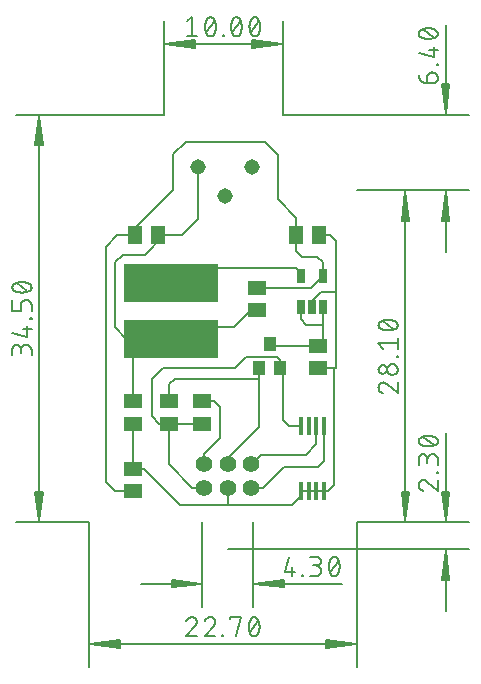
<source format=gbr>
G04 EAGLE Gerber RS-274X export*
G75*
%MOMM*%
%FSLAX34Y34*%
%LPD*%
%INTop Copper*%
%IPPOS*%
%AMOC8*
5,1,8,0,0,1.08239X$1,22.5*%
G01*
%ADD10C,0.130000*%
%ADD11C,0.152400*%
%ADD12R,8.000000X3.300000*%
%ADD13R,1.016000X1.143000*%
%ADD14R,0.300000X1.500000*%
%ADD15R,0.690000X1.200000*%
%ADD16C,1.308000*%
%ADD17C,1.408000*%
%ADD18R,1.500000X1.300000*%
%ADD19R,1.300000X1.500000*%


D10*
X355000Y836000D02*
X449500Y836000D01*
X449500Y900000D02*
X292000Y900000D01*
X430000Y835350D02*
X430000Y784000D01*
X430000Y900650D02*
X430000Y975628D01*
X430000Y835350D02*
X426808Y810000D01*
X433192Y810000D01*
X430000Y835350D01*
X428700Y810000D01*
X431300Y810000D02*
X430000Y835350D01*
X427400Y810000D01*
X432600Y810000D02*
X430000Y835350D01*
X430000Y900650D02*
X426808Y926000D01*
X433192Y926000D01*
X430000Y900650D01*
X428700Y926000D01*
X431300Y926000D02*
X430000Y900650D01*
X427400Y926000D01*
X432600Y926000D02*
X430000Y900650D01*
D11*
X414462Y926762D02*
X414462Y932181D01*
X414464Y932299D01*
X414470Y932417D01*
X414479Y932535D01*
X414493Y932652D01*
X414510Y932769D01*
X414531Y932886D01*
X414556Y933001D01*
X414585Y933116D01*
X414618Y933230D01*
X414654Y933342D01*
X414694Y933453D01*
X414737Y933563D01*
X414784Y933672D01*
X414834Y933779D01*
X414889Y933884D01*
X414946Y933987D01*
X415007Y934088D01*
X415071Y934188D01*
X415138Y934285D01*
X415208Y934380D01*
X415282Y934472D01*
X415358Y934563D01*
X415438Y934650D01*
X415520Y934735D01*
X415605Y934817D01*
X415692Y934897D01*
X415783Y934973D01*
X415875Y935047D01*
X415970Y935117D01*
X416067Y935184D01*
X416167Y935248D01*
X416268Y935309D01*
X416371Y935366D01*
X416476Y935421D01*
X416583Y935471D01*
X416692Y935518D01*
X416802Y935561D01*
X416913Y935601D01*
X417025Y935637D01*
X417139Y935670D01*
X417254Y935699D01*
X417369Y935724D01*
X417486Y935745D01*
X417603Y935762D01*
X417720Y935776D01*
X417838Y935785D01*
X417956Y935791D01*
X418074Y935793D01*
X418977Y935793D01*
X418977Y935794D02*
X419110Y935792D01*
X419242Y935786D01*
X419374Y935776D01*
X419506Y935763D01*
X419638Y935745D01*
X419768Y935724D01*
X419899Y935699D01*
X420028Y935670D01*
X420156Y935637D01*
X420284Y935601D01*
X420410Y935561D01*
X420535Y935517D01*
X420659Y935469D01*
X420781Y935418D01*
X420902Y935363D01*
X421021Y935305D01*
X421139Y935243D01*
X421254Y935178D01*
X421368Y935109D01*
X421479Y935038D01*
X421588Y934962D01*
X421695Y934884D01*
X421800Y934803D01*
X421902Y934718D01*
X422002Y934631D01*
X422099Y934541D01*
X422194Y934448D01*
X422285Y934352D01*
X422374Y934254D01*
X422460Y934153D01*
X422543Y934049D01*
X422623Y933943D01*
X422699Y933835D01*
X422773Y933725D01*
X422843Y933612D01*
X422910Y933498D01*
X422973Y933381D01*
X423033Y933263D01*
X423090Y933143D01*
X423143Y933021D01*
X423192Y932898D01*
X423238Y932774D01*
X423280Y932648D01*
X423318Y932521D01*
X423353Y932393D01*
X423384Y932264D01*
X423411Y932135D01*
X423434Y932004D01*
X423454Y931873D01*
X423469Y931741D01*
X423481Y931609D01*
X423489Y931477D01*
X423493Y931344D01*
X423493Y931212D01*
X423489Y931079D01*
X423481Y930947D01*
X423469Y930815D01*
X423454Y930683D01*
X423434Y930552D01*
X423411Y930421D01*
X423384Y930292D01*
X423353Y930163D01*
X423318Y930035D01*
X423280Y929908D01*
X423238Y929782D01*
X423192Y929658D01*
X423143Y929535D01*
X423090Y929413D01*
X423033Y929293D01*
X422973Y929175D01*
X422910Y929058D01*
X422843Y928944D01*
X422773Y928831D01*
X422699Y928721D01*
X422623Y928613D01*
X422543Y928507D01*
X422460Y928403D01*
X422374Y928302D01*
X422285Y928204D01*
X422194Y928108D01*
X422099Y928015D01*
X422002Y927925D01*
X421902Y927838D01*
X421800Y927753D01*
X421695Y927672D01*
X421588Y927594D01*
X421479Y927518D01*
X421368Y927447D01*
X421254Y927378D01*
X421139Y927313D01*
X421021Y927251D01*
X420902Y927193D01*
X420781Y927138D01*
X420659Y927087D01*
X420535Y927039D01*
X420410Y926995D01*
X420284Y926955D01*
X420156Y926919D01*
X420028Y926886D01*
X419899Y926857D01*
X419768Y926832D01*
X419638Y926811D01*
X419506Y926793D01*
X419374Y926780D01*
X419242Y926770D01*
X419110Y926764D01*
X418977Y926762D01*
X414462Y926762D01*
X414285Y926764D01*
X414107Y926771D01*
X413930Y926782D01*
X413754Y926797D01*
X413578Y926816D01*
X413402Y926840D01*
X413227Y926868D01*
X413052Y926901D01*
X412879Y926938D01*
X412706Y926979D01*
X412535Y927024D01*
X412365Y927073D01*
X412196Y927127D01*
X412028Y927184D01*
X411862Y927246D01*
X411697Y927312D01*
X411534Y927382D01*
X411373Y927456D01*
X411214Y927533D01*
X411056Y927615D01*
X410901Y927701D01*
X410748Y927790D01*
X410597Y927883D01*
X410448Y927980D01*
X410302Y928080D01*
X410158Y928184D01*
X410017Y928291D01*
X409879Y928402D01*
X409743Y928516D01*
X409610Y928634D01*
X409480Y928754D01*
X409353Y928878D01*
X409229Y929005D01*
X409109Y929135D01*
X408991Y929268D01*
X408877Y929403D01*
X408766Y929542D01*
X408659Y929683D01*
X408555Y929827D01*
X408455Y929973D01*
X408358Y930122D01*
X408265Y930273D01*
X408176Y930426D01*
X408090Y930581D01*
X408008Y930739D01*
X407931Y930898D01*
X407857Y931059D01*
X407787Y931222D01*
X407721Y931387D01*
X407659Y931553D01*
X407602Y931721D01*
X407548Y931890D01*
X407499Y932060D01*
X407454Y932231D01*
X407413Y932404D01*
X407376Y932577D01*
X407343Y932752D01*
X407315Y932927D01*
X407291Y933103D01*
X407272Y933279D01*
X407257Y933455D01*
X407246Y933632D01*
X407239Y933810D01*
X407237Y933987D01*
X422590Y941768D02*
X423493Y941768D01*
X422590Y941768D02*
X422590Y942671D01*
X423493Y942671D01*
X423493Y941768D01*
X419881Y948646D02*
X407237Y952258D01*
X419881Y948646D02*
X419881Y957677D01*
X423493Y954967D02*
X416268Y954967D01*
X415365Y964277D02*
X415045Y964281D01*
X414726Y964292D01*
X414406Y964311D01*
X414088Y964338D01*
X413770Y964372D01*
X413453Y964414D01*
X413137Y964464D01*
X412822Y964521D01*
X412509Y964585D01*
X412197Y964657D01*
X411887Y964736D01*
X411580Y964823D01*
X411274Y964917D01*
X410971Y965018D01*
X410670Y965127D01*
X410372Y965242D01*
X410076Y965365D01*
X409784Y965495D01*
X409495Y965632D01*
X409494Y965632D02*
X409386Y965671D01*
X409279Y965714D01*
X409174Y965760D01*
X409071Y965810D01*
X408969Y965864D01*
X408869Y965921D01*
X408771Y965982D01*
X408675Y966046D01*
X408582Y966113D01*
X408491Y966183D01*
X408402Y966257D01*
X408316Y966333D01*
X408233Y966413D01*
X408152Y966495D01*
X408074Y966580D01*
X408000Y966667D01*
X407928Y966758D01*
X407859Y966850D01*
X407794Y966945D01*
X407732Y967042D01*
X407673Y967141D01*
X407618Y967242D01*
X407567Y967345D01*
X407519Y967450D01*
X407474Y967556D01*
X407433Y967663D01*
X407396Y967772D01*
X407363Y967883D01*
X407334Y967994D01*
X407308Y968106D01*
X407286Y968219D01*
X407269Y968333D01*
X407255Y968447D01*
X407245Y968562D01*
X407239Y968677D01*
X407237Y968792D01*
X407239Y968907D01*
X407245Y969022D01*
X407255Y969137D01*
X407269Y969251D01*
X407286Y969365D01*
X407308Y969478D01*
X407334Y969590D01*
X407363Y969702D01*
X407396Y969812D01*
X407433Y969921D01*
X407474Y970029D01*
X407519Y970135D01*
X407567Y970240D01*
X407618Y970342D01*
X407674Y970444D01*
X407732Y970543D01*
X407794Y970640D01*
X407860Y970735D01*
X407928Y970827D01*
X408000Y970917D01*
X408074Y971005D01*
X408152Y971090D01*
X408233Y971172D01*
X408316Y971251D01*
X408402Y971328D01*
X408491Y971401D01*
X408582Y971472D01*
X408676Y971539D01*
X408771Y971603D01*
X408869Y971664D01*
X408969Y971721D01*
X409071Y971774D01*
X409175Y971825D01*
X409280Y971871D01*
X409387Y971914D01*
X409495Y971953D01*
X409784Y972090D01*
X410076Y972220D01*
X410372Y972343D01*
X410670Y972458D01*
X410971Y972567D01*
X411274Y972668D01*
X411580Y972762D01*
X411887Y972849D01*
X412197Y972928D01*
X412509Y973000D01*
X412822Y973064D01*
X413137Y973121D01*
X413453Y973171D01*
X413770Y973213D01*
X414088Y973247D01*
X414406Y973274D01*
X414726Y973293D01*
X415045Y973304D01*
X415365Y973308D01*
X415365Y964277D02*
X415685Y964281D01*
X416004Y964292D01*
X416324Y964311D01*
X416642Y964338D01*
X416960Y964372D01*
X417277Y964414D01*
X417593Y964464D01*
X417908Y964521D01*
X418221Y964585D01*
X418533Y964657D01*
X418843Y964736D01*
X419150Y964823D01*
X419456Y964917D01*
X419759Y965018D01*
X420060Y965127D01*
X420358Y965242D01*
X420654Y965365D01*
X420946Y965495D01*
X421235Y965632D01*
X421236Y965631D02*
X421344Y965670D01*
X421451Y965713D01*
X421556Y965759D01*
X421660Y965810D01*
X421762Y965863D01*
X421862Y965920D01*
X421960Y965981D01*
X422055Y966045D01*
X422149Y966112D01*
X422240Y966183D01*
X422329Y966256D01*
X422415Y966333D01*
X422498Y966412D01*
X422579Y966494D01*
X422657Y966579D01*
X422731Y966667D01*
X422803Y966757D01*
X422872Y966850D01*
X422937Y966944D01*
X422999Y967041D01*
X423057Y967141D01*
X423113Y967242D01*
X423164Y967344D01*
X423212Y967449D01*
X423257Y967555D01*
X423298Y967663D01*
X423335Y967772D01*
X423368Y967882D01*
X423397Y967994D01*
X423423Y968106D01*
X423445Y968219D01*
X423462Y968333D01*
X423476Y968447D01*
X423486Y968562D01*
X423492Y968677D01*
X423494Y968792D01*
X421235Y971953D02*
X420946Y972090D01*
X420654Y972220D01*
X420358Y972343D01*
X420060Y972458D01*
X419759Y972567D01*
X419456Y972668D01*
X419150Y972762D01*
X418843Y972849D01*
X418533Y972928D01*
X418221Y973000D01*
X417908Y973064D01*
X417593Y973121D01*
X417277Y973171D01*
X416960Y973213D01*
X416642Y973247D01*
X416324Y973274D01*
X416004Y973293D01*
X415685Y973304D01*
X415365Y973308D01*
X421235Y971953D02*
X421343Y971914D01*
X421450Y971871D01*
X421555Y971825D01*
X421659Y971774D01*
X421761Y971721D01*
X421861Y971664D01*
X421959Y971603D01*
X422054Y971539D01*
X422148Y971472D01*
X422239Y971401D01*
X422328Y971328D01*
X422414Y971251D01*
X422497Y971172D01*
X422578Y971090D01*
X422656Y971005D01*
X422730Y970917D01*
X422802Y970827D01*
X422871Y970734D01*
X422936Y970640D01*
X422998Y970543D01*
X423056Y970443D01*
X423112Y970342D01*
X423163Y970239D01*
X423211Y970135D01*
X423256Y970029D01*
X423297Y969921D01*
X423334Y969812D01*
X423367Y969702D01*
X423396Y969590D01*
X423422Y969478D01*
X423444Y969365D01*
X423461Y969251D01*
X423475Y969137D01*
X423485Y969022D01*
X423491Y968907D01*
X423493Y968792D01*
X419881Y965180D02*
X410849Y972405D01*
D10*
X449500Y555000D02*
X355000Y555000D01*
X449500Y532000D02*
X246000Y532000D01*
X430000Y531350D02*
X430000Y480000D01*
X430000Y555650D02*
X430000Y630628D01*
X426808Y581000D02*
X430000Y555650D01*
X426808Y581000D02*
X433192Y581000D01*
X430000Y555650D01*
X428700Y581000D01*
X431300Y581000D02*
X430000Y555650D01*
X427400Y581000D01*
X432600Y581000D02*
X430000Y555650D01*
X430000Y531350D02*
X426808Y506000D01*
X433192Y506000D01*
X430000Y531350D01*
X428700Y506000D01*
X431300Y506000D02*
X430000Y531350D01*
X427400Y506000D01*
X432600Y506000D02*
X430000Y531350D01*
D11*
X407237Y586729D02*
X407239Y586854D01*
X407245Y586979D01*
X407254Y587104D01*
X407268Y587228D01*
X407285Y587352D01*
X407306Y587476D01*
X407331Y587598D01*
X407360Y587720D01*
X407392Y587841D01*
X407428Y587961D01*
X407468Y588080D01*
X407511Y588197D01*
X407558Y588313D01*
X407609Y588428D01*
X407663Y588540D01*
X407721Y588652D01*
X407781Y588761D01*
X407846Y588868D01*
X407913Y588974D01*
X407984Y589077D01*
X408058Y589178D01*
X408135Y589277D01*
X408215Y589373D01*
X408298Y589467D01*
X408383Y589558D01*
X408472Y589647D01*
X408563Y589732D01*
X408657Y589815D01*
X408753Y589895D01*
X408852Y589972D01*
X408953Y590046D01*
X409056Y590117D01*
X409162Y590184D01*
X409269Y590249D01*
X409378Y590309D01*
X409490Y590367D01*
X409602Y590421D01*
X409717Y590472D01*
X409833Y590519D01*
X409950Y590562D01*
X410069Y590602D01*
X410189Y590638D01*
X410310Y590670D01*
X410432Y590699D01*
X410554Y590724D01*
X410678Y590745D01*
X410802Y590762D01*
X410926Y590776D01*
X411051Y590785D01*
X411176Y590791D01*
X411301Y590793D01*
X407237Y586729D02*
X407239Y586586D01*
X407245Y586444D01*
X407255Y586301D01*
X407268Y586159D01*
X407286Y586018D01*
X407307Y585876D01*
X407332Y585736D01*
X407361Y585596D01*
X407394Y585457D01*
X407431Y585319D01*
X407471Y585182D01*
X407515Y585047D01*
X407563Y584912D01*
X407615Y584779D01*
X407670Y584647D01*
X407729Y584517D01*
X407791Y584389D01*
X407857Y584262D01*
X407926Y584137D01*
X407998Y584014D01*
X408074Y583893D01*
X408153Y583775D01*
X408236Y583658D01*
X408321Y583544D01*
X408410Y583432D01*
X408501Y583323D01*
X408596Y583216D01*
X408693Y583111D01*
X408794Y583010D01*
X408897Y582911D01*
X409002Y582815D01*
X409111Y582722D01*
X409222Y582632D01*
X409335Y582545D01*
X409450Y582461D01*
X409568Y582381D01*
X409688Y582303D01*
X409810Y582229D01*
X409934Y582159D01*
X410060Y582091D01*
X410188Y582028D01*
X410317Y581967D01*
X410448Y581910D01*
X410580Y581857D01*
X410714Y581808D01*
X410849Y581762D01*
X414462Y589438D02*
X414370Y589532D01*
X414276Y589622D01*
X414179Y589710D01*
X414079Y589795D01*
X413977Y589877D01*
X413872Y589955D01*
X413765Y590031D01*
X413656Y590103D01*
X413545Y590172D01*
X413431Y590238D01*
X413316Y590300D01*
X413199Y590359D01*
X413080Y590414D01*
X412960Y590465D01*
X412838Y590513D01*
X412715Y590558D01*
X412591Y590598D01*
X412465Y590635D01*
X412338Y590668D01*
X412211Y590697D01*
X412082Y590723D01*
X411953Y590744D01*
X411823Y590762D01*
X411693Y590775D01*
X411563Y590785D01*
X411432Y590791D01*
X411301Y590793D01*
X414462Y589438D02*
X423493Y581762D01*
X423493Y590793D01*
X423493Y596768D02*
X422590Y596768D01*
X422590Y597671D01*
X423493Y597671D01*
X423493Y596768D01*
X423493Y603646D02*
X423493Y608161D01*
X423491Y608294D01*
X423485Y608426D01*
X423475Y608558D01*
X423462Y608690D01*
X423444Y608822D01*
X423423Y608952D01*
X423398Y609083D01*
X423369Y609212D01*
X423336Y609340D01*
X423300Y609468D01*
X423260Y609594D01*
X423216Y609719D01*
X423168Y609843D01*
X423117Y609965D01*
X423062Y610086D01*
X423004Y610205D01*
X422942Y610323D01*
X422877Y610438D01*
X422808Y610552D01*
X422737Y610663D01*
X422661Y610772D01*
X422583Y610879D01*
X422502Y610984D01*
X422417Y611086D01*
X422330Y611186D01*
X422240Y611283D01*
X422147Y611378D01*
X422051Y611469D01*
X421953Y611558D01*
X421852Y611644D01*
X421748Y611727D01*
X421642Y611807D01*
X421534Y611883D01*
X421424Y611957D01*
X421311Y612027D01*
X421197Y612094D01*
X421080Y612157D01*
X420962Y612217D01*
X420842Y612274D01*
X420720Y612327D01*
X420597Y612376D01*
X420473Y612422D01*
X420347Y612464D01*
X420220Y612502D01*
X420092Y612537D01*
X419963Y612568D01*
X419834Y612595D01*
X419703Y612618D01*
X419572Y612638D01*
X419440Y612653D01*
X419308Y612665D01*
X419176Y612673D01*
X419043Y612677D01*
X418911Y612677D01*
X418778Y612673D01*
X418646Y612665D01*
X418514Y612653D01*
X418382Y612638D01*
X418251Y612618D01*
X418120Y612595D01*
X417991Y612568D01*
X417862Y612537D01*
X417734Y612502D01*
X417607Y612464D01*
X417481Y612422D01*
X417357Y612376D01*
X417234Y612327D01*
X417112Y612274D01*
X416992Y612217D01*
X416874Y612157D01*
X416757Y612094D01*
X416643Y612027D01*
X416530Y611957D01*
X416420Y611883D01*
X416312Y611807D01*
X416206Y611727D01*
X416102Y611644D01*
X416001Y611558D01*
X415903Y611469D01*
X415807Y611378D01*
X415714Y611283D01*
X415624Y611186D01*
X415537Y611086D01*
X415452Y610984D01*
X415371Y610879D01*
X415293Y610772D01*
X415217Y610663D01*
X415146Y610552D01*
X415077Y610438D01*
X415012Y610323D01*
X414950Y610205D01*
X414892Y610086D01*
X414837Y609965D01*
X414786Y609843D01*
X414738Y609719D01*
X414694Y609594D01*
X414654Y609468D01*
X414618Y609340D01*
X414585Y609212D01*
X414556Y609083D01*
X414531Y608952D01*
X414510Y608822D01*
X414492Y608690D01*
X414479Y608558D01*
X414469Y608426D01*
X414463Y608294D01*
X414461Y608161D01*
X407237Y609064D02*
X407237Y603646D01*
X407237Y609064D02*
X407239Y609183D01*
X407245Y609303D01*
X407255Y609422D01*
X407269Y609540D01*
X407286Y609659D01*
X407308Y609776D01*
X407333Y609893D01*
X407363Y610008D01*
X407396Y610123D01*
X407433Y610237D01*
X407473Y610349D01*
X407518Y610460D01*
X407566Y610569D01*
X407617Y610677D01*
X407672Y610783D01*
X407731Y610887D01*
X407793Y610989D01*
X407858Y611089D01*
X407927Y611187D01*
X407999Y611283D01*
X408074Y611376D01*
X408151Y611466D01*
X408232Y611554D01*
X408316Y611639D01*
X408403Y611721D01*
X408492Y611801D01*
X408584Y611877D01*
X408678Y611951D01*
X408775Y612021D01*
X408873Y612088D01*
X408974Y612152D01*
X409078Y612212D01*
X409183Y612269D01*
X409290Y612322D01*
X409398Y612372D01*
X409508Y612418D01*
X409620Y612460D01*
X409733Y612499D01*
X409847Y612534D01*
X409962Y612565D01*
X410079Y612593D01*
X410196Y612616D01*
X410313Y612636D01*
X410432Y612652D01*
X410551Y612664D01*
X410670Y612672D01*
X410789Y612676D01*
X410909Y612676D01*
X411028Y612672D01*
X411147Y612664D01*
X411266Y612652D01*
X411385Y612636D01*
X411502Y612616D01*
X411619Y612593D01*
X411736Y612565D01*
X411851Y612534D01*
X411965Y612499D01*
X412078Y612460D01*
X412190Y612418D01*
X412300Y612372D01*
X412408Y612322D01*
X412515Y612269D01*
X412620Y612212D01*
X412724Y612152D01*
X412825Y612088D01*
X412923Y612021D01*
X413020Y611951D01*
X413114Y611877D01*
X413206Y611801D01*
X413295Y611721D01*
X413382Y611639D01*
X413466Y611554D01*
X413547Y611466D01*
X413624Y611376D01*
X413699Y611283D01*
X413771Y611187D01*
X413840Y611089D01*
X413905Y610989D01*
X413967Y610887D01*
X414026Y610783D01*
X414081Y610677D01*
X414132Y610569D01*
X414180Y610460D01*
X414225Y610349D01*
X414265Y610237D01*
X414302Y610123D01*
X414335Y610008D01*
X414365Y609893D01*
X414390Y609776D01*
X414412Y609659D01*
X414429Y609540D01*
X414443Y609422D01*
X414453Y609303D01*
X414459Y609183D01*
X414461Y609064D01*
X414462Y609064D02*
X414462Y605452D01*
X415365Y619277D02*
X415045Y619281D01*
X414726Y619292D01*
X414406Y619311D01*
X414088Y619338D01*
X413770Y619372D01*
X413453Y619414D01*
X413137Y619464D01*
X412822Y619521D01*
X412509Y619585D01*
X412197Y619657D01*
X411887Y619736D01*
X411580Y619823D01*
X411274Y619917D01*
X410971Y620018D01*
X410670Y620127D01*
X410372Y620242D01*
X410076Y620365D01*
X409784Y620495D01*
X409495Y620632D01*
X409494Y620632D02*
X409386Y620671D01*
X409279Y620714D01*
X409174Y620760D01*
X409071Y620810D01*
X408969Y620864D01*
X408869Y620921D01*
X408771Y620982D01*
X408675Y621046D01*
X408582Y621113D01*
X408491Y621183D01*
X408402Y621257D01*
X408316Y621333D01*
X408233Y621413D01*
X408152Y621495D01*
X408074Y621580D01*
X408000Y621667D01*
X407928Y621758D01*
X407859Y621850D01*
X407794Y621945D01*
X407732Y622042D01*
X407673Y622141D01*
X407618Y622242D01*
X407567Y622345D01*
X407519Y622450D01*
X407474Y622556D01*
X407433Y622663D01*
X407396Y622772D01*
X407363Y622883D01*
X407334Y622994D01*
X407308Y623106D01*
X407286Y623219D01*
X407269Y623333D01*
X407255Y623447D01*
X407245Y623562D01*
X407239Y623677D01*
X407237Y623792D01*
X407239Y623907D01*
X407245Y624022D01*
X407255Y624137D01*
X407269Y624251D01*
X407286Y624365D01*
X407308Y624478D01*
X407334Y624590D01*
X407363Y624702D01*
X407396Y624812D01*
X407433Y624921D01*
X407474Y625029D01*
X407519Y625135D01*
X407567Y625240D01*
X407618Y625342D01*
X407674Y625444D01*
X407732Y625543D01*
X407794Y625640D01*
X407860Y625735D01*
X407928Y625827D01*
X408000Y625917D01*
X408074Y626005D01*
X408152Y626090D01*
X408233Y626172D01*
X408316Y626251D01*
X408402Y626328D01*
X408491Y626401D01*
X408582Y626472D01*
X408676Y626539D01*
X408771Y626603D01*
X408869Y626664D01*
X408969Y626721D01*
X409071Y626774D01*
X409175Y626825D01*
X409280Y626871D01*
X409387Y626914D01*
X409495Y626953D01*
X409784Y627090D01*
X410076Y627220D01*
X410372Y627343D01*
X410670Y627458D01*
X410971Y627567D01*
X411274Y627668D01*
X411580Y627762D01*
X411887Y627849D01*
X412197Y627928D01*
X412509Y628000D01*
X412822Y628064D01*
X413137Y628121D01*
X413453Y628171D01*
X413770Y628213D01*
X414088Y628247D01*
X414406Y628274D01*
X414726Y628293D01*
X415045Y628304D01*
X415365Y628308D01*
X415365Y619277D02*
X415685Y619281D01*
X416004Y619292D01*
X416324Y619311D01*
X416642Y619338D01*
X416960Y619372D01*
X417277Y619414D01*
X417593Y619464D01*
X417908Y619521D01*
X418221Y619585D01*
X418533Y619657D01*
X418843Y619736D01*
X419150Y619823D01*
X419456Y619917D01*
X419759Y620018D01*
X420060Y620127D01*
X420358Y620242D01*
X420654Y620365D01*
X420946Y620495D01*
X421235Y620632D01*
X421236Y620631D02*
X421344Y620670D01*
X421451Y620713D01*
X421556Y620759D01*
X421660Y620810D01*
X421762Y620863D01*
X421862Y620920D01*
X421960Y620981D01*
X422055Y621045D01*
X422149Y621112D01*
X422240Y621183D01*
X422329Y621256D01*
X422415Y621333D01*
X422498Y621412D01*
X422579Y621494D01*
X422657Y621579D01*
X422731Y621667D01*
X422803Y621757D01*
X422872Y621850D01*
X422937Y621944D01*
X422999Y622041D01*
X423057Y622141D01*
X423113Y622242D01*
X423164Y622344D01*
X423212Y622449D01*
X423257Y622555D01*
X423298Y622663D01*
X423335Y622772D01*
X423368Y622882D01*
X423397Y622994D01*
X423423Y623106D01*
X423445Y623219D01*
X423462Y623333D01*
X423476Y623447D01*
X423486Y623562D01*
X423492Y623677D01*
X423494Y623792D01*
X421235Y626953D02*
X420946Y627090D01*
X420654Y627220D01*
X420358Y627343D01*
X420060Y627458D01*
X419759Y627567D01*
X419456Y627668D01*
X419150Y627762D01*
X418843Y627849D01*
X418533Y627928D01*
X418221Y628000D01*
X417908Y628064D01*
X417593Y628121D01*
X417277Y628171D01*
X416960Y628213D01*
X416642Y628247D01*
X416324Y628274D01*
X416004Y628293D01*
X415685Y628304D01*
X415365Y628308D01*
X421235Y626953D02*
X421343Y626914D01*
X421450Y626871D01*
X421555Y626825D01*
X421659Y626774D01*
X421761Y626721D01*
X421861Y626664D01*
X421959Y626603D01*
X422054Y626539D01*
X422148Y626472D01*
X422239Y626401D01*
X422328Y626328D01*
X422414Y626251D01*
X422497Y626172D01*
X422578Y626090D01*
X422656Y626005D01*
X422730Y625917D01*
X422802Y625827D01*
X422871Y625734D01*
X422936Y625640D01*
X422998Y625543D01*
X423056Y625443D01*
X423112Y625342D01*
X423163Y625239D01*
X423211Y625135D01*
X423256Y625029D01*
X423297Y624921D01*
X423334Y624812D01*
X423367Y624702D01*
X423396Y624590D01*
X423422Y624478D01*
X423444Y624365D01*
X423461Y624251D01*
X423475Y624137D01*
X423485Y624022D01*
X423491Y623907D01*
X423493Y623792D01*
X419881Y620180D02*
X410849Y627405D01*
D10*
X415500Y836000D02*
X355000Y836000D01*
X355000Y555000D02*
X415500Y555000D01*
X396000Y555650D02*
X396000Y835350D01*
X392808Y810000D01*
X399192Y810000D01*
X396000Y835350D01*
X394700Y810000D01*
X397300Y810000D02*
X396000Y835350D01*
X393400Y810000D01*
X398600Y810000D02*
X396000Y835350D01*
X392808Y581000D02*
X396000Y555650D01*
X392808Y581000D02*
X399192Y581000D01*
X396000Y555650D01*
X394700Y581000D01*
X397300Y581000D02*
X396000Y555650D01*
X393400Y581000D01*
X398600Y581000D02*
X396000Y555650D01*
D11*
X373237Y669319D02*
X373239Y669444D01*
X373245Y669569D01*
X373254Y669694D01*
X373268Y669818D01*
X373285Y669942D01*
X373306Y670066D01*
X373331Y670188D01*
X373360Y670310D01*
X373392Y670431D01*
X373428Y670551D01*
X373468Y670670D01*
X373511Y670787D01*
X373558Y670903D01*
X373609Y671018D01*
X373663Y671130D01*
X373721Y671242D01*
X373781Y671351D01*
X373846Y671458D01*
X373913Y671564D01*
X373984Y671667D01*
X374058Y671768D01*
X374135Y671867D01*
X374215Y671963D01*
X374298Y672057D01*
X374383Y672148D01*
X374472Y672237D01*
X374563Y672322D01*
X374657Y672405D01*
X374753Y672485D01*
X374852Y672562D01*
X374953Y672636D01*
X375056Y672707D01*
X375162Y672774D01*
X375269Y672839D01*
X375378Y672899D01*
X375490Y672957D01*
X375602Y673011D01*
X375717Y673062D01*
X375833Y673109D01*
X375950Y673152D01*
X376069Y673192D01*
X376189Y673228D01*
X376310Y673260D01*
X376432Y673289D01*
X376554Y673314D01*
X376678Y673335D01*
X376802Y673352D01*
X376926Y673366D01*
X377051Y673375D01*
X377176Y673381D01*
X377301Y673383D01*
X373237Y669319D02*
X373239Y669176D01*
X373245Y669034D01*
X373255Y668891D01*
X373268Y668749D01*
X373286Y668608D01*
X373307Y668466D01*
X373332Y668326D01*
X373361Y668186D01*
X373394Y668047D01*
X373431Y667909D01*
X373471Y667772D01*
X373515Y667637D01*
X373563Y667502D01*
X373615Y667369D01*
X373670Y667237D01*
X373729Y667107D01*
X373791Y666979D01*
X373857Y666852D01*
X373926Y666727D01*
X373998Y666604D01*
X374074Y666483D01*
X374153Y666365D01*
X374236Y666248D01*
X374321Y666134D01*
X374410Y666022D01*
X374501Y665913D01*
X374596Y665806D01*
X374693Y665701D01*
X374794Y665600D01*
X374897Y665501D01*
X375002Y665405D01*
X375111Y665312D01*
X375222Y665222D01*
X375335Y665135D01*
X375450Y665051D01*
X375568Y664971D01*
X375688Y664893D01*
X375810Y664819D01*
X375934Y664749D01*
X376060Y664681D01*
X376188Y664618D01*
X376317Y664557D01*
X376448Y664500D01*
X376580Y664447D01*
X376714Y664398D01*
X376849Y664352D01*
X380462Y672028D02*
X380370Y672122D01*
X380276Y672212D01*
X380179Y672300D01*
X380079Y672385D01*
X379977Y672467D01*
X379872Y672545D01*
X379765Y672621D01*
X379656Y672693D01*
X379545Y672762D01*
X379431Y672828D01*
X379316Y672890D01*
X379199Y672949D01*
X379080Y673004D01*
X378960Y673055D01*
X378838Y673103D01*
X378715Y673148D01*
X378591Y673188D01*
X378465Y673225D01*
X378338Y673258D01*
X378211Y673287D01*
X378082Y673313D01*
X377953Y673334D01*
X377823Y673352D01*
X377693Y673365D01*
X377563Y673375D01*
X377432Y673381D01*
X377301Y673383D01*
X380462Y672028D02*
X389493Y664352D01*
X389493Y673383D01*
X384977Y679983D02*
X384844Y679985D01*
X384712Y679991D01*
X384580Y680001D01*
X384448Y680014D01*
X384316Y680032D01*
X384186Y680053D01*
X384055Y680078D01*
X383926Y680107D01*
X383798Y680140D01*
X383670Y680176D01*
X383544Y680216D01*
X383419Y680260D01*
X383295Y680308D01*
X383173Y680359D01*
X383052Y680414D01*
X382933Y680472D01*
X382815Y680534D01*
X382700Y680599D01*
X382586Y680668D01*
X382475Y680739D01*
X382366Y680815D01*
X382259Y680893D01*
X382154Y680974D01*
X382052Y681059D01*
X381952Y681146D01*
X381855Y681236D01*
X381760Y681329D01*
X381669Y681425D01*
X381580Y681523D01*
X381494Y681624D01*
X381411Y681728D01*
X381331Y681834D01*
X381255Y681942D01*
X381181Y682052D01*
X381111Y682165D01*
X381044Y682279D01*
X380981Y682396D01*
X380921Y682514D01*
X380864Y682634D01*
X380811Y682756D01*
X380762Y682879D01*
X380716Y683003D01*
X380674Y683129D01*
X380636Y683256D01*
X380601Y683384D01*
X380570Y683513D01*
X380543Y683642D01*
X380520Y683773D01*
X380500Y683904D01*
X380485Y684036D01*
X380473Y684168D01*
X380465Y684300D01*
X380461Y684433D01*
X380461Y684565D01*
X380465Y684698D01*
X380473Y684830D01*
X380485Y684962D01*
X380500Y685094D01*
X380520Y685225D01*
X380543Y685356D01*
X380570Y685485D01*
X380601Y685614D01*
X380636Y685742D01*
X380674Y685869D01*
X380716Y685995D01*
X380762Y686119D01*
X380811Y686242D01*
X380864Y686364D01*
X380921Y686484D01*
X380981Y686602D01*
X381044Y686719D01*
X381111Y686833D01*
X381181Y686946D01*
X381255Y687056D01*
X381331Y687164D01*
X381411Y687270D01*
X381494Y687374D01*
X381580Y687475D01*
X381669Y687573D01*
X381760Y687669D01*
X381855Y687762D01*
X381952Y687852D01*
X382052Y687939D01*
X382154Y688024D01*
X382259Y688105D01*
X382366Y688183D01*
X382475Y688259D01*
X382586Y688330D01*
X382700Y688399D01*
X382815Y688464D01*
X382933Y688526D01*
X383052Y688584D01*
X383173Y688639D01*
X383295Y688690D01*
X383419Y688738D01*
X383544Y688782D01*
X383670Y688822D01*
X383798Y688858D01*
X383926Y688891D01*
X384055Y688920D01*
X384186Y688945D01*
X384316Y688966D01*
X384448Y688984D01*
X384580Y688997D01*
X384712Y689007D01*
X384844Y689013D01*
X384977Y689015D01*
X385110Y689013D01*
X385242Y689007D01*
X385374Y688997D01*
X385506Y688984D01*
X385638Y688966D01*
X385768Y688945D01*
X385899Y688920D01*
X386028Y688891D01*
X386156Y688858D01*
X386284Y688822D01*
X386410Y688782D01*
X386535Y688738D01*
X386659Y688690D01*
X386781Y688639D01*
X386902Y688584D01*
X387021Y688526D01*
X387139Y688464D01*
X387254Y688399D01*
X387368Y688330D01*
X387479Y688259D01*
X387588Y688183D01*
X387695Y688105D01*
X387800Y688024D01*
X387902Y687939D01*
X388002Y687852D01*
X388099Y687762D01*
X388194Y687669D01*
X388285Y687573D01*
X388374Y687475D01*
X388460Y687374D01*
X388543Y687270D01*
X388623Y687164D01*
X388699Y687056D01*
X388773Y686946D01*
X388843Y686833D01*
X388910Y686719D01*
X388973Y686602D01*
X389033Y686484D01*
X389090Y686364D01*
X389143Y686242D01*
X389192Y686119D01*
X389238Y685995D01*
X389280Y685869D01*
X389318Y685742D01*
X389353Y685614D01*
X389384Y685485D01*
X389411Y685356D01*
X389434Y685225D01*
X389454Y685094D01*
X389469Y684962D01*
X389481Y684830D01*
X389489Y684698D01*
X389493Y684565D01*
X389493Y684433D01*
X389489Y684300D01*
X389481Y684168D01*
X389469Y684036D01*
X389454Y683904D01*
X389434Y683773D01*
X389411Y683642D01*
X389384Y683513D01*
X389353Y683384D01*
X389318Y683256D01*
X389280Y683129D01*
X389238Y683003D01*
X389192Y682879D01*
X389143Y682756D01*
X389090Y682634D01*
X389033Y682514D01*
X388973Y682396D01*
X388910Y682279D01*
X388843Y682165D01*
X388773Y682052D01*
X388699Y681942D01*
X388623Y681834D01*
X388543Y681728D01*
X388460Y681624D01*
X388374Y681523D01*
X388285Y681425D01*
X388194Y681329D01*
X388099Y681236D01*
X388002Y681146D01*
X387902Y681059D01*
X387800Y680974D01*
X387695Y680893D01*
X387588Y680815D01*
X387479Y680739D01*
X387368Y680668D01*
X387254Y680599D01*
X387139Y680534D01*
X387021Y680472D01*
X386902Y680414D01*
X386781Y680359D01*
X386659Y680308D01*
X386535Y680260D01*
X386410Y680216D01*
X386284Y680176D01*
X386156Y680140D01*
X386028Y680107D01*
X385899Y680078D01*
X385768Y680053D01*
X385638Y680032D01*
X385506Y680014D01*
X385374Y680001D01*
X385242Y679991D01*
X385110Y679985D01*
X384977Y679983D01*
X376849Y680887D02*
X376730Y680889D01*
X376610Y680895D01*
X376491Y680905D01*
X376373Y680919D01*
X376254Y680936D01*
X376137Y680958D01*
X376020Y680983D01*
X375905Y681013D01*
X375790Y681046D01*
X375676Y681083D01*
X375564Y681123D01*
X375453Y681168D01*
X375344Y681216D01*
X375236Y681267D01*
X375130Y681322D01*
X375026Y681381D01*
X374924Y681443D01*
X374824Y681508D01*
X374726Y681577D01*
X374630Y681649D01*
X374537Y681724D01*
X374447Y681801D01*
X374359Y681882D01*
X374274Y681966D01*
X374192Y682053D01*
X374112Y682142D01*
X374036Y682234D01*
X373962Y682328D01*
X373892Y682425D01*
X373825Y682523D01*
X373761Y682624D01*
X373701Y682728D01*
X373644Y682833D01*
X373591Y682940D01*
X373541Y683048D01*
X373495Y683158D01*
X373453Y683270D01*
X373414Y683383D01*
X373379Y683497D01*
X373348Y683612D01*
X373320Y683729D01*
X373297Y683846D01*
X373277Y683963D01*
X373261Y684082D01*
X373249Y684201D01*
X373241Y684320D01*
X373237Y684439D01*
X373237Y684559D01*
X373241Y684678D01*
X373249Y684797D01*
X373261Y684916D01*
X373277Y685035D01*
X373297Y685152D01*
X373320Y685269D01*
X373348Y685386D01*
X373379Y685501D01*
X373414Y685615D01*
X373453Y685728D01*
X373495Y685840D01*
X373541Y685950D01*
X373591Y686058D01*
X373644Y686165D01*
X373701Y686270D01*
X373761Y686374D01*
X373825Y686475D01*
X373892Y686573D01*
X373962Y686670D01*
X374036Y686764D01*
X374112Y686856D01*
X374192Y686945D01*
X374274Y687032D01*
X374359Y687116D01*
X374447Y687197D01*
X374537Y687274D01*
X374630Y687349D01*
X374726Y687421D01*
X374824Y687490D01*
X374924Y687555D01*
X375026Y687617D01*
X375130Y687676D01*
X375236Y687731D01*
X375344Y687782D01*
X375453Y687830D01*
X375564Y687875D01*
X375676Y687915D01*
X375790Y687952D01*
X375905Y687985D01*
X376020Y688015D01*
X376137Y688040D01*
X376254Y688062D01*
X376373Y688079D01*
X376491Y688093D01*
X376610Y688103D01*
X376730Y688109D01*
X376849Y688111D01*
X376968Y688109D01*
X377088Y688103D01*
X377207Y688093D01*
X377325Y688079D01*
X377444Y688062D01*
X377561Y688040D01*
X377678Y688015D01*
X377793Y687985D01*
X377908Y687952D01*
X378022Y687915D01*
X378134Y687875D01*
X378245Y687830D01*
X378354Y687782D01*
X378462Y687731D01*
X378568Y687676D01*
X378672Y687617D01*
X378774Y687555D01*
X378874Y687490D01*
X378972Y687421D01*
X379068Y687349D01*
X379161Y687274D01*
X379251Y687197D01*
X379339Y687116D01*
X379424Y687032D01*
X379506Y686945D01*
X379586Y686856D01*
X379662Y686764D01*
X379736Y686670D01*
X379806Y686573D01*
X379873Y686475D01*
X379937Y686374D01*
X379997Y686270D01*
X380054Y686165D01*
X380107Y686058D01*
X380157Y685950D01*
X380203Y685840D01*
X380245Y685728D01*
X380284Y685615D01*
X380319Y685501D01*
X380350Y685386D01*
X380378Y685269D01*
X380401Y685152D01*
X380421Y685035D01*
X380437Y684916D01*
X380449Y684797D01*
X380457Y684678D01*
X380461Y684559D01*
X380461Y684439D01*
X380457Y684320D01*
X380449Y684201D01*
X380437Y684082D01*
X380421Y683963D01*
X380401Y683846D01*
X380378Y683729D01*
X380350Y683612D01*
X380319Y683497D01*
X380284Y683383D01*
X380245Y683270D01*
X380203Y683158D01*
X380157Y683048D01*
X380107Y682940D01*
X380054Y682833D01*
X379997Y682728D01*
X379937Y682624D01*
X379873Y682523D01*
X379806Y682425D01*
X379736Y682328D01*
X379662Y682234D01*
X379586Y682142D01*
X379506Y682053D01*
X379424Y681966D01*
X379339Y681882D01*
X379251Y681801D01*
X379161Y681724D01*
X379068Y681649D01*
X378972Y681577D01*
X378874Y681508D01*
X378774Y681443D01*
X378672Y681381D01*
X378568Y681322D01*
X378462Y681267D01*
X378354Y681216D01*
X378245Y681168D01*
X378134Y681123D01*
X378022Y681083D01*
X377908Y681046D01*
X377793Y681013D01*
X377678Y680983D01*
X377561Y680958D01*
X377444Y680936D01*
X377325Y680919D01*
X377207Y680905D01*
X377088Y680895D01*
X376968Y680889D01*
X376849Y680887D01*
X388590Y694989D02*
X389493Y694989D01*
X388590Y694989D02*
X388590Y695892D01*
X389493Y695892D01*
X389493Y694989D01*
X376849Y701867D02*
X373237Y706382D01*
X389493Y706382D01*
X389493Y701867D02*
X389493Y710898D01*
X381365Y717498D02*
X381045Y717502D01*
X380726Y717513D01*
X380406Y717532D01*
X380088Y717559D01*
X379770Y717593D01*
X379453Y717635D01*
X379137Y717685D01*
X378822Y717742D01*
X378509Y717806D01*
X378197Y717878D01*
X377887Y717957D01*
X377580Y718044D01*
X377274Y718138D01*
X376971Y718239D01*
X376670Y718348D01*
X376372Y718463D01*
X376076Y718586D01*
X375784Y718716D01*
X375495Y718853D01*
X375494Y718854D02*
X375386Y718893D01*
X375279Y718936D01*
X375174Y718982D01*
X375071Y719032D01*
X374969Y719086D01*
X374869Y719143D01*
X374771Y719204D01*
X374675Y719268D01*
X374582Y719335D01*
X374491Y719405D01*
X374402Y719479D01*
X374316Y719555D01*
X374233Y719635D01*
X374152Y719717D01*
X374074Y719802D01*
X374000Y719889D01*
X373928Y719980D01*
X373859Y720072D01*
X373794Y720167D01*
X373732Y720264D01*
X373673Y720363D01*
X373618Y720464D01*
X373567Y720567D01*
X373519Y720672D01*
X373474Y720778D01*
X373433Y720885D01*
X373396Y720994D01*
X373363Y721105D01*
X373334Y721216D01*
X373308Y721328D01*
X373286Y721441D01*
X373269Y721555D01*
X373255Y721669D01*
X373245Y721784D01*
X373239Y721899D01*
X373237Y722014D01*
X373239Y722129D01*
X373245Y722244D01*
X373255Y722359D01*
X373269Y722473D01*
X373286Y722587D01*
X373308Y722700D01*
X373334Y722812D01*
X373363Y722924D01*
X373396Y723034D01*
X373433Y723143D01*
X373474Y723251D01*
X373519Y723357D01*
X373567Y723462D01*
X373618Y723564D01*
X373674Y723666D01*
X373732Y723765D01*
X373794Y723862D01*
X373860Y723957D01*
X373928Y724049D01*
X374000Y724139D01*
X374074Y724227D01*
X374152Y724312D01*
X374233Y724394D01*
X374316Y724473D01*
X374402Y724550D01*
X374491Y724623D01*
X374582Y724694D01*
X374676Y724761D01*
X374771Y724825D01*
X374869Y724886D01*
X374969Y724943D01*
X375071Y724996D01*
X375175Y725047D01*
X375280Y725093D01*
X375387Y725136D01*
X375495Y725175D01*
X375495Y725174D02*
X375784Y725311D01*
X376076Y725441D01*
X376372Y725564D01*
X376670Y725679D01*
X376971Y725788D01*
X377274Y725889D01*
X377580Y725983D01*
X377887Y726070D01*
X378197Y726149D01*
X378509Y726221D01*
X378822Y726285D01*
X379137Y726342D01*
X379453Y726392D01*
X379770Y726434D01*
X380088Y726468D01*
X380406Y726495D01*
X380726Y726514D01*
X381045Y726525D01*
X381365Y726529D01*
X381365Y717498D02*
X381685Y717502D01*
X382004Y717513D01*
X382324Y717532D01*
X382642Y717559D01*
X382960Y717593D01*
X383277Y717635D01*
X383593Y717685D01*
X383908Y717742D01*
X384221Y717806D01*
X384533Y717878D01*
X384843Y717957D01*
X385150Y718044D01*
X385456Y718138D01*
X385759Y718239D01*
X386060Y718348D01*
X386358Y718463D01*
X386654Y718586D01*
X386946Y718716D01*
X387235Y718853D01*
X387236Y718853D02*
X387344Y718892D01*
X387451Y718935D01*
X387556Y718981D01*
X387660Y719032D01*
X387762Y719085D01*
X387862Y719142D01*
X387960Y719203D01*
X388055Y719267D01*
X388149Y719334D01*
X388240Y719405D01*
X388329Y719478D01*
X388415Y719555D01*
X388498Y719634D01*
X388579Y719716D01*
X388657Y719801D01*
X388731Y719889D01*
X388803Y719979D01*
X388872Y720072D01*
X388937Y720166D01*
X388999Y720263D01*
X389057Y720363D01*
X389113Y720464D01*
X389164Y720566D01*
X389212Y720671D01*
X389257Y720777D01*
X389298Y720885D01*
X389335Y720994D01*
X389368Y721104D01*
X389397Y721216D01*
X389423Y721328D01*
X389445Y721441D01*
X389462Y721555D01*
X389476Y721669D01*
X389486Y721784D01*
X389492Y721899D01*
X389494Y722014D01*
X387235Y725174D02*
X386946Y725311D01*
X386654Y725441D01*
X386358Y725564D01*
X386060Y725679D01*
X385759Y725788D01*
X385456Y725889D01*
X385150Y725983D01*
X384843Y726070D01*
X384533Y726149D01*
X384221Y726221D01*
X383908Y726285D01*
X383593Y726342D01*
X383277Y726392D01*
X382960Y726434D01*
X382642Y726468D01*
X382324Y726495D01*
X382004Y726514D01*
X381685Y726525D01*
X381365Y726529D01*
X387235Y725175D02*
X387343Y725136D01*
X387450Y725093D01*
X387555Y725047D01*
X387659Y724996D01*
X387761Y724943D01*
X387861Y724886D01*
X387959Y724825D01*
X388054Y724761D01*
X388148Y724694D01*
X388239Y724623D01*
X388328Y724550D01*
X388414Y724473D01*
X388497Y724394D01*
X388578Y724312D01*
X388656Y724227D01*
X388730Y724139D01*
X388802Y724049D01*
X388871Y723956D01*
X388936Y723862D01*
X388998Y723765D01*
X389056Y723665D01*
X389112Y723564D01*
X389163Y723461D01*
X389211Y723357D01*
X389256Y723251D01*
X389297Y723143D01*
X389334Y723034D01*
X389367Y722924D01*
X389396Y722812D01*
X389422Y722700D01*
X389444Y722587D01*
X389461Y722473D01*
X389475Y722359D01*
X389485Y722244D01*
X389491Y722129D01*
X389493Y722014D01*
X385881Y718401D02*
X376849Y725626D01*
D10*
X192000Y900000D02*
X66500Y900000D01*
X66500Y555000D02*
X128000Y555000D01*
X86000Y555650D02*
X86000Y899350D01*
X82808Y874000D01*
X89192Y874000D01*
X86000Y899350D01*
X84700Y874000D01*
X87300Y874000D02*
X86000Y899350D01*
X83400Y874000D01*
X88600Y874000D02*
X86000Y899350D01*
X82808Y581000D02*
X86000Y555650D01*
X82808Y581000D02*
X89192Y581000D01*
X86000Y555650D01*
X84700Y581000D01*
X87300Y581000D02*
X86000Y555650D01*
X83400Y581000D01*
X88600Y581000D02*
X86000Y555650D01*
D11*
X79493Y696352D02*
X79493Y700868D01*
X79491Y701001D01*
X79485Y701133D01*
X79475Y701265D01*
X79462Y701397D01*
X79444Y701529D01*
X79423Y701659D01*
X79398Y701790D01*
X79369Y701919D01*
X79336Y702047D01*
X79300Y702175D01*
X79260Y702301D01*
X79216Y702426D01*
X79168Y702550D01*
X79117Y702672D01*
X79062Y702793D01*
X79004Y702912D01*
X78942Y703030D01*
X78877Y703145D01*
X78808Y703259D01*
X78737Y703370D01*
X78661Y703479D01*
X78583Y703586D01*
X78502Y703691D01*
X78417Y703793D01*
X78330Y703893D01*
X78240Y703990D01*
X78147Y704085D01*
X78051Y704176D01*
X77953Y704265D01*
X77852Y704351D01*
X77748Y704434D01*
X77642Y704514D01*
X77534Y704590D01*
X77424Y704664D01*
X77311Y704734D01*
X77197Y704801D01*
X77080Y704864D01*
X76962Y704924D01*
X76842Y704981D01*
X76720Y705034D01*
X76597Y705083D01*
X76473Y705129D01*
X76347Y705171D01*
X76220Y705209D01*
X76092Y705244D01*
X75963Y705275D01*
X75834Y705302D01*
X75703Y705325D01*
X75572Y705345D01*
X75440Y705360D01*
X75308Y705372D01*
X75176Y705380D01*
X75043Y705384D01*
X74911Y705384D01*
X74778Y705380D01*
X74646Y705372D01*
X74514Y705360D01*
X74382Y705345D01*
X74251Y705325D01*
X74120Y705302D01*
X73991Y705275D01*
X73862Y705244D01*
X73734Y705209D01*
X73607Y705171D01*
X73481Y705129D01*
X73357Y705083D01*
X73234Y705034D01*
X73112Y704981D01*
X72992Y704924D01*
X72874Y704864D01*
X72757Y704801D01*
X72643Y704734D01*
X72530Y704664D01*
X72420Y704590D01*
X72312Y704514D01*
X72206Y704434D01*
X72102Y704351D01*
X72001Y704265D01*
X71903Y704176D01*
X71807Y704085D01*
X71714Y703990D01*
X71624Y703893D01*
X71537Y703793D01*
X71452Y703691D01*
X71371Y703586D01*
X71293Y703479D01*
X71217Y703370D01*
X71146Y703259D01*
X71077Y703145D01*
X71012Y703030D01*
X70950Y702912D01*
X70892Y702793D01*
X70837Y702672D01*
X70786Y702550D01*
X70738Y702426D01*
X70694Y702301D01*
X70654Y702175D01*
X70618Y702047D01*
X70585Y701919D01*
X70556Y701790D01*
X70531Y701659D01*
X70510Y701529D01*
X70492Y701397D01*
X70479Y701265D01*
X70469Y701133D01*
X70463Y701001D01*
X70461Y700868D01*
X63237Y701771D02*
X63237Y696352D01*
X63237Y701771D02*
X63239Y701890D01*
X63245Y702010D01*
X63255Y702129D01*
X63269Y702247D01*
X63286Y702366D01*
X63308Y702483D01*
X63333Y702600D01*
X63363Y702715D01*
X63396Y702830D01*
X63433Y702944D01*
X63473Y703056D01*
X63518Y703167D01*
X63566Y703276D01*
X63617Y703384D01*
X63672Y703490D01*
X63731Y703594D01*
X63793Y703696D01*
X63858Y703796D01*
X63927Y703894D01*
X63999Y703990D01*
X64074Y704083D01*
X64151Y704173D01*
X64232Y704261D01*
X64316Y704346D01*
X64403Y704428D01*
X64492Y704508D01*
X64584Y704584D01*
X64678Y704658D01*
X64775Y704728D01*
X64873Y704795D01*
X64974Y704859D01*
X65078Y704919D01*
X65183Y704976D01*
X65290Y705029D01*
X65398Y705079D01*
X65508Y705125D01*
X65620Y705167D01*
X65733Y705206D01*
X65847Y705241D01*
X65962Y705272D01*
X66079Y705300D01*
X66196Y705323D01*
X66313Y705343D01*
X66432Y705359D01*
X66551Y705371D01*
X66670Y705379D01*
X66789Y705383D01*
X66909Y705383D01*
X67028Y705379D01*
X67147Y705371D01*
X67266Y705359D01*
X67385Y705343D01*
X67502Y705323D01*
X67619Y705300D01*
X67736Y705272D01*
X67851Y705241D01*
X67965Y705206D01*
X68078Y705167D01*
X68190Y705125D01*
X68300Y705079D01*
X68408Y705029D01*
X68515Y704976D01*
X68620Y704919D01*
X68724Y704859D01*
X68825Y704795D01*
X68923Y704728D01*
X69020Y704658D01*
X69114Y704584D01*
X69206Y704508D01*
X69295Y704428D01*
X69382Y704346D01*
X69466Y704261D01*
X69547Y704173D01*
X69624Y704083D01*
X69699Y703990D01*
X69771Y703894D01*
X69840Y703796D01*
X69905Y703696D01*
X69967Y703594D01*
X70026Y703490D01*
X70081Y703384D01*
X70132Y703276D01*
X70180Y703167D01*
X70225Y703056D01*
X70265Y702944D01*
X70302Y702830D01*
X70335Y702715D01*
X70365Y702600D01*
X70390Y702483D01*
X70412Y702366D01*
X70429Y702247D01*
X70443Y702129D01*
X70453Y702010D01*
X70459Y701890D01*
X70461Y701771D01*
X70462Y701771D02*
X70462Y698158D01*
X75881Y711983D02*
X63237Y715596D01*
X75881Y711983D02*
X75881Y721014D01*
X72268Y718305D02*
X79493Y718305D01*
X79493Y726989D02*
X78590Y726989D01*
X78590Y727892D01*
X79493Y727892D01*
X79493Y726989D01*
X79493Y733867D02*
X79493Y739286D01*
X79491Y739404D01*
X79485Y739522D01*
X79476Y739640D01*
X79462Y739757D01*
X79445Y739874D01*
X79424Y739991D01*
X79399Y740106D01*
X79370Y740221D01*
X79337Y740335D01*
X79301Y740447D01*
X79261Y740558D01*
X79218Y740668D01*
X79171Y740777D01*
X79121Y740884D01*
X79066Y740989D01*
X79009Y741092D01*
X78948Y741193D01*
X78884Y741293D01*
X78817Y741390D01*
X78747Y741485D01*
X78673Y741577D01*
X78597Y741668D01*
X78517Y741755D01*
X78435Y741840D01*
X78350Y741922D01*
X78263Y742002D01*
X78172Y742078D01*
X78080Y742152D01*
X77985Y742222D01*
X77888Y742289D01*
X77788Y742353D01*
X77687Y742414D01*
X77584Y742471D01*
X77479Y742526D01*
X77372Y742576D01*
X77263Y742623D01*
X77153Y742666D01*
X77042Y742706D01*
X76930Y742742D01*
X76816Y742775D01*
X76701Y742804D01*
X76586Y742829D01*
X76469Y742850D01*
X76352Y742867D01*
X76235Y742881D01*
X76117Y742890D01*
X75999Y742896D01*
X75881Y742898D01*
X74074Y742898D01*
X73956Y742896D01*
X73838Y742890D01*
X73720Y742881D01*
X73603Y742867D01*
X73486Y742850D01*
X73369Y742829D01*
X73254Y742804D01*
X73139Y742775D01*
X73025Y742742D01*
X72913Y742706D01*
X72802Y742666D01*
X72692Y742623D01*
X72583Y742576D01*
X72476Y742526D01*
X72371Y742471D01*
X72268Y742414D01*
X72167Y742353D01*
X72067Y742289D01*
X71970Y742222D01*
X71875Y742152D01*
X71783Y742078D01*
X71692Y742002D01*
X71605Y741922D01*
X71520Y741840D01*
X71438Y741755D01*
X71358Y741668D01*
X71282Y741577D01*
X71208Y741485D01*
X71138Y741390D01*
X71071Y741293D01*
X71007Y741193D01*
X70946Y741092D01*
X70889Y740989D01*
X70834Y740884D01*
X70784Y740777D01*
X70737Y740668D01*
X70694Y740558D01*
X70654Y740447D01*
X70618Y740335D01*
X70585Y740221D01*
X70556Y740106D01*
X70531Y739991D01*
X70510Y739874D01*
X70493Y739757D01*
X70479Y739640D01*
X70470Y739522D01*
X70464Y739404D01*
X70462Y739286D01*
X70462Y733867D01*
X63237Y733867D01*
X63237Y742898D01*
X65495Y750853D02*
X65784Y750716D01*
X66076Y750586D01*
X66372Y750463D01*
X66670Y750348D01*
X66971Y750239D01*
X67274Y750138D01*
X67580Y750044D01*
X67887Y749957D01*
X68197Y749878D01*
X68509Y749806D01*
X68822Y749742D01*
X69137Y749685D01*
X69453Y749635D01*
X69770Y749593D01*
X70088Y749559D01*
X70406Y749532D01*
X70726Y749513D01*
X71045Y749502D01*
X71365Y749498D01*
X65494Y750854D02*
X65386Y750893D01*
X65279Y750936D01*
X65174Y750982D01*
X65071Y751032D01*
X64969Y751086D01*
X64869Y751143D01*
X64771Y751204D01*
X64675Y751268D01*
X64582Y751335D01*
X64491Y751405D01*
X64402Y751479D01*
X64316Y751555D01*
X64233Y751635D01*
X64152Y751717D01*
X64074Y751802D01*
X64000Y751889D01*
X63928Y751980D01*
X63859Y752072D01*
X63794Y752167D01*
X63732Y752264D01*
X63673Y752363D01*
X63618Y752464D01*
X63567Y752567D01*
X63519Y752672D01*
X63474Y752778D01*
X63433Y752885D01*
X63396Y752994D01*
X63363Y753105D01*
X63334Y753216D01*
X63308Y753328D01*
X63286Y753441D01*
X63269Y753555D01*
X63255Y753669D01*
X63245Y753784D01*
X63239Y753899D01*
X63237Y754014D01*
X63239Y754129D01*
X63245Y754244D01*
X63255Y754359D01*
X63269Y754473D01*
X63286Y754587D01*
X63308Y754700D01*
X63334Y754812D01*
X63363Y754924D01*
X63396Y755034D01*
X63433Y755143D01*
X63474Y755251D01*
X63519Y755357D01*
X63567Y755462D01*
X63618Y755564D01*
X63674Y755666D01*
X63732Y755765D01*
X63794Y755862D01*
X63860Y755957D01*
X63928Y756049D01*
X64000Y756139D01*
X64074Y756227D01*
X64152Y756312D01*
X64233Y756394D01*
X64316Y756473D01*
X64402Y756550D01*
X64491Y756623D01*
X64582Y756694D01*
X64676Y756761D01*
X64771Y756825D01*
X64869Y756886D01*
X64969Y756943D01*
X65071Y756996D01*
X65175Y757047D01*
X65280Y757093D01*
X65387Y757136D01*
X65495Y757175D01*
X65495Y757174D02*
X65784Y757311D01*
X66076Y757441D01*
X66372Y757564D01*
X66670Y757679D01*
X66971Y757788D01*
X67274Y757889D01*
X67580Y757983D01*
X67887Y758070D01*
X68197Y758149D01*
X68509Y758221D01*
X68822Y758285D01*
X69137Y758342D01*
X69453Y758392D01*
X69770Y758434D01*
X70088Y758468D01*
X70406Y758495D01*
X70726Y758514D01*
X71045Y758525D01*
X71365Y758529D01*
X71365Y749498D02*
X71685Y749502D01*
X72004Y749513D01*
X72324Y749532D01*
X72642Y749559D01*
X72960Y749593D01*
X73277Y749635D01*
X73593Y749685D01*
X73908Y749742D01*
X74221Y749806D01*
X74533Y749878D01*
X74843Y749957D01*
X75150Y750044D01*
X75456Y750138D01*
X75759Y750239D01*
X76060Y750348D01*
X76358Y750463D01*
X76654Y750586D01*
X76946Y750716D01*
X77235Y750853D01*
X77236Y750853D02*
X77344Y750892D01*
X77451Y750935D01*
X77556Y750981D01*
X77660Y751032D01*
X77762Y751085D01*
X77862Y751142D01*
X77960Y751203D01*
X78055Y751267D01*
X78149Y751334D01*
X78240Y751405D01*
X78329Y751478D01*
X78415Y751555D01*
X78498Y751634D01*
X78579Y751716D01*
X78657Y751801D01*
X78731Y751889D01*
X78803Y751979D01*
X78872Y752072D01*
X78937Y752166D01*
X78999Y752263D01*
X79057Y752363D01*
X79113Y752464D01*
X79164Y752566D01*
X79212Y752671D01*
X79257Y752777D01*
X79298Y752885D01*
X79335Y752994D01*
X79368Y753104D01*
X79397Y753216D01*
X79423Y753328D01*
X79445Y753441D01*
X79462Y753555D01*
X79476Y753669D01*
X79486Y753784D01*
X79492Y753899D01*
X79494Y754014D01*
X77235Y757174D02*
X76946Y757311D01*
X76654Y757441D01*
X76358Y757564D01*
X76060Y757679D01*
X75759Y757788D01*
X75456Y757889D01*
X75150Y757983D01*
X74843Y758070D01*
X74533Y758149D01*
X74221Y758221D01*
X73908Y758285D01*
X73593Y758342D01*
X73277Y758392D01*
X72960Y758434D01*
X72642Y758468D01*
X72324Y758495D01*
X72004Y758514D01*
X71685Y758525D01*
X71365Y758529D01*
X77235Y757175D02*
X77343Y757136D01*
X77450Y757093D01*
X77555Y757047D01*
X77659Y756996D01*
X77761Y756943D01*
X77861Y756886D01*
X77959Y756825D01*
X78054Y756761D01*
X78148Y756694D01*
X78239Y756623D01*
X78328Y756550D01*
X78414Y756473D01*
X78497Y756394D01*
X78578Y756312D01*
X78656Y756227D01*
X78730Y756139D01*
X78802Y756049D01*
X78871Y755956D01*
X78936Y755862D01*
X78998Y755765D01*
X79056Y755665D01*
X79112Y755564D01*
X79163Y755461D01*
X79211Y755357D01*
X79256Y755251D01*
X79297Y755143D01*
X79334Y755034D01*
X79367Y754924D01*
X79396Y754812D01*
X79422Y754700D01*
X79444Y754587D01*
X79461Y754473D01*
X79475Y754359D01*
X79485Y754244D01*
X79491Y754129D01*
X79493Y754014D01*
X75881Y750401D02*
X66849Y757626D01*
D10*
X292000Y900000D02*
X292000Y979500D01*
X192000Y979500D02*
X192000Y900000D01*
X192650Y960000D02*
X291350Y960000D01*
X266000Y963192D01*
X266000Y956808D01*
X291350Y960000D01*
X266000Y961300D01*
X266000Y958700D02*
X291350Y960000D01*
X266000Y962600D01*
X266000Y957400D02*
X291350Y960000D01*
X218000Y963192D02*
X192650Y960000D01*
X218000Y963192D02*
X218000Y956808D01*
X192650Y960000D01*
X218000Y961300D01*
X218000Y958700D02*
X192650Y960000D01*
X218000Y962600D01*
X218000Y957400D02*
X192650Y960000D01*
D11*
X210852Y979151D02*
X215368Y982763D01*
X215368Y966507D01*
X219883Y966507D02*
X210852Y966507D01*
X226483Y974635D02*
X226487Y974955D01*
X226498Y975274D01*
X226517Y975594D01*
X226544Y975912D01*
X226578Y976230D01*
X226620Y976547D01*
X226670Y976863D01*
X226727Y977178D01*
X226791Y977491D01*
X226863Y977803D01*
X226942Y978113D01*
X227029Y978420D01*
X227123Y978726D01*
X227224Y979029D01*
X227333Y979330D01*
X227448Y979628D01*
X227571Y979924D01*
X227701Y980216D01*
X227838Y980505D01*
X227838Y980506D02*
X227877Y980614D01*
X227920Y980721D01*
X227966Y980826D01*
X228017Y980930D01*
X228070Y981032D01*
X228127Y981132D01*
X228188Y981230D01*
X228252Y981325D01*
X228319Y981419D01*
X228390Y981510D01*
X228463Y981599D01*
X228540Y981685D01*
X228619Y981768D01*
X228701Y981849D01*
X228786Y981927D01*
X228874Y982001D01*
X228964Y982073D01*
X229056Y982141D01*
X229151Y982207D01*
X229248Y982269D01*
X229347Y982327D01*
X229449Y982383D01*
X229551Y982434D01*
X229656Y982482D01*
X229762Y982527D01*
X229870Y982568D01*
X229979Y982605D01*
X230089Y982638D01*
X230201Y982667D01*
X230313Y982693D01*
X230426Y982715D01*
X230540Y982732D01*
X230654Y982746D01*
X230769Y982756D01*
X230884Y982762D01*
X230999Y982764D01*
X230999Y982763D02*
X231114Y982761D01*
X231229Y982755D01*
X231344Y982745D01*
X231458Y982731D01*
X231572Y982714D01*
X231685Y982692D01*
X231797Y982666D01*
X231909Y982637D01*
X232019Y982604D01*
X232128Y982567D01*
X232236Y982526D01*
X232342Y982481D01*
X232447Y982433D01*
X232549Y982382D01*
X232650Y982326D01*
X232750Y982268D01*
X232847Y982206D01*
X232941Y982141D01*
X233034Y982072D01*
X233124Y982000D01*
X233212Y981926D01*
X233297Y981848D01*
X233379Y981767D01*
X233458Y981684D01*
X233535Y981598D01*
X233608Y981509D01*
X233679Y981418D01*
X233746Y981324D01*
X233810Y981229D01*
X233871Y981131D01*
X233928Y981031D01*
X233981Y980929D01*
X234032Y980825D01*
X234078Y980720D01*
X234121Y980613D01*
X234160Y980505D01*
X234159Y980505D02*
X234296Y980216D01*
X234426Y979924D01*
X234549Y979628D01*
X234664Y979330D01*
X234773Y979029D01*
X234874Y978726D01*
X234968Y978420D01*
X235055Y978113D01*
X235134Y977803D01*
X235206Y977491D01*
X235270Y977178D01*
X235327Y976863D01*
X235377Y976547D01*
X235419Y976230D01*
X235453Y975912D01*
X235480Y975594D01*
X235499Y975274D01*
X235510Y974955D01*
X235514Y974635D01*
X226484Y974635D02*
X226488Y974315D01*
X226499Y973996D01*
X226518Y973676D01*
X226545Y973358D01*
X226579Y973040D01*
X226621Y972723D01*
X226671Y972407D01*
X226728Y972092D01*
X226792Y971779D01*
X226864Y971467D01*
X226943Y971157D01*
X227030Y970850D01*
X227124Y970544D01*
X227225Y970241D01*
X227334Y969940D01*
X227449Y969642D01*
X227572Y969346D01*
X227702Y969054D01*
X227839Y968765D01*
X227838Y968765D02*
X227877Y968657D01*
X227920Y968550D01*
X227966Y968445D01*
X228017Y968341D01*
X228070Y968239D01*
X228127Y968139D01*
X228188Y968041D01*
X228252Y967946D01*
X228319Y967852D01*
X228390Y967761D01*
X228463Y967672D01*
X228540Y967586D01*
X228619Y967503D01*
X228701Y967422D01*
X228786Y967344D01*
X228874Y967270D01*
X228964Y967198D01*
X229057Y967129D01*
X229151Y967064D01*
X229248Y967002D01*
X229348Y966944D01*
X229449Y966888D01*
X229551Y966837D01*
X229656Y966789D01*
X229762Y966744D01*
X229870Y966703D01*
X229979Y966666D01*
X230089Y966633D01*
X230201Y966604D01*
X230313Y966578D01*
X230426Y966556D01*
X230540Y966539D01*
X230654Y966525D01*
X230769Y966515D01*
X230884Y966509D01*
X230999Y966507D01*
X234159Y968765D02*
X234296Y969054D01*
X234426Y969346D01*
X234549Y969642D01*
X234664Y969940D01*
X234773Y970241D01*
X234874Y970544D01*
X234968Y970850D01*
X235055Y971157D01*
X235134Y971467D01*
X235206Y971779D01*
X235270Y972092D01*
X235327Y972407D01*
X235377Y972723D01*
X235419Y973040D01*
X235453Y973358D01*
X235480Y973676D01*
X235499Y973996D01*
X235510Y974315D01*
X235514Y974635D01*
X234160Y968765D02*
X234121Y968657D01*
X234078Y968550D01*
X234032Y968445D01*
X233981Y968341D01*
X233928Y968239D01*
X233871Y968139D01*
X233810Y968041D01*
X233746Y967946D01*
X233679Y967852D01*
X233608Y967761D01*
X233535Y967672D01*
X233458Y967586D01*
X233379Y967503D01*
X233297Y967422D01*
X233212Y967344D01*
X233124Y967270D01*
X233034Y967198D01*
X232941Y967129D01*
X232847Y967064D01*
X232750Y967002D01*
X232650Y966944D01*
X232549Y966888D01*
X232446Y966837D01*
X232342Y966789D01*
X232236Y966744D01*
X232128Y966703D01*
X232019Y966666D01*
X231909Y966633D01*
X231797Y966604D01*
X231685Y966578D01*
X231572Y966556D01*
X231458Y966539D01*
X231344Y966525D01*
X231229Y966515D01*
X231114Y966509D01*
X230999Y966507D01*
X227386Y970119D02*
X234611Y979151D01*
X241489Y967410D02*
X241489Y966507D01*
X241489Y967410D02*
X242392Y967410D01*
X242392Y966507D01*
X241489Y966507D01*
X248367Y974635D02*
X248371Y974955D01*
X248382Y975274D01*
X248401Y975594D01*
X248428Y975912D01*
X248462Y976230D01*
X248504Y976547D01*
X248554Y976863D01*
X248611Y977178D01*
X248675Y977491D01*
X248747Y977803D01*
X248826Y978113D01*
X248913Y978420D01*
X249007Y978726D01*
X249108Y979029D01*
X249217Y979330D01*
X249332Y979628D01*
X249455Y979924D01*
X249585Y980216D01*
X249722Y980505D01*
X249721Y980506D02*
X249760Y980614D01*
X249803Y980721D01*
X249849Y980826D01*
X249900Y980930D01*
X249953Y981032D01*
X250010Y981132D01*
X250071Y981230D01*
X250135Y981325D01*
X250202Y981419D01*
X250273Y981510D01*
X250346Y981599D01*
X250423Y981685D01*
X250502Y981768D01*
X250584Y981849D01*
X250669Y981927D01*
X250757Y982001D01*
X250847Y982073D01*
X250939Y982141D01*
X251034Y982207D01*
X251131Y982269D01*
X251230Y982327D01*
X251332Y982383D01*
X251434Y982434D01*
X251539Y982482D01*
X251645Y982527D01*
X251753Y982568D01*
X251862Y982605D01*
X251972Y982638D01*
X252084Y982667D01*
X252196Y982693D01*
X252309Y982715D01*
X252423Y982732D01*
X252537Y982746D01*
X252652Y982756D01*
X252767Y982762D01*
X252882Y982764D01*
X252882Y982763D02*
X252997Y982761D01*
X253112Y982755D01*
X253227Y982745D01*
X253341Y982731D01*
X253455Y982714D01*
X253568Y982692D01*
X253680Y982666D01*
X253792Y982637D01*
X253902Y982604D01*
X254011Y982567D01*
X254119Y982526D01*
X254225Y982481D01*
X254330Y982433D01*
X254432Y982382D01*
X254533Y982326D01*
X254633Y982268D01*
X254730Y982206D01*
X254824Y982141D01*
X254917Y982072D01*
X255007Y982000D01*
X255095Y981926D01*
X255180Y981848D01*
X255262Y981767D01*
X255341Y981684D01*
X255418Y981598D01*
X255491Y981509D01*
X255562Y981418D01*
X255629Y981324D01*
X255693Y981229D01*
X255754Y981131D01*
X255811Y981031D01*
X255864Y980929D01*
X255915Y980825D01*
X255961Y980720D01*
X256004Y980613D01*
X256043Y980505D01*
X256180Y980216D01*
X256310Y979924D01*
X256433Y979628D01*
X256548Y979330D01*
X256657Y979029D01*
X256758Y978726D01*
X256852Y978420D01*
X256939Y978113D01*
X257018Y977803D01*
X257090Y977491D01*
X257154Y977178D01*
X257211Y976863D01*
X257261Y976547D01*
X257303Y976230D01*
X257337Y975912D01*
X257364Y975594D01*
X257383Y975274D01*
X257394Y974955D01*
X257398Y974635D01*
X248367Y974635D02*
X248371Y974315D01*
X248382Y973996D01*
X248401Y973676D01*
X248428Y973358D01*
X248462Y973040D01*
X248504Y972723D01*
X248554Y972407D01*
X248611Y972092D01*
X248675Y971779D01*
X248747Y971467D01*
X248826Y971157D01*
X248913Y970850D01*
X249007Y970544D01*
X249108Y970241D01*
X249217Y969940D01*
X249332Y969642D01*
X249455Y969346D01*
X249585Y969054D01*
X249722Y968765D01*
X249721Y968765D02*
X249760Y968657D01*
X249803Y968550D01*
X249849Y968445D01*
X249900Y968341D01*
X249953Y968239D01*
X250010Y968139D01*
X250071Y968041D01*
X250135Y967946D01*
X250202Y967852D01*
X250273Y967761D01*
X250346Y967672D01*
X250423Y967586D01*
X250502Y967503D01*
X250584Y967422D01*
X250669Y967344D01*
X250757Y967270D01*
X250847Y967198D01*
X250940Y967129D01*
X251034Y967064D01*
X251131Y967002D01*
X251231Y966944D01*
X251332Y966888D01*
X251434Y966837D01*
X251539Y966789D01*
X251645Y966744D01*
X251753Y966703D01*
X251862Y966666D01*
X251972Y966633D01*
X252084Y966604D01*
X252196Y966578D01*
X252309Y966556D01*
X252423Y966539D01*
X252537Y966525D01*
X252652Y966515D01*
X252767Y966509D01*
X252882Y966507D01*
X256043Y968765D02*
X256180Y969054D01*
X256310Y969346D01*
X256433Y969642D01*
X256548Y969940D01*
X256657Y970241D01*
X256758Y970544D01*
X256852Y970850D01*
X256939Y971157D01*
X257018Y971467D01*
X257090Y971779D01*
X257154Y972092D01*
X257211Y972407D01*
X257261Y972723D01*
X257303Y973040D01*
X257337Y973358D01*
X257364Y973676D01*
X257383Y973996D01*
X257394Y974315D01*
X257398Y974635D01*
X256043Y968765D02*
X256004Y968657D01*
X255961Y968550D01*
X255915Y968445D01*
X255864Y968341D01*
X255811Y968239D01*
X255754Y968139D01*
X255693Y968041D01*
X255629Y967946D01*
X255562Y967852D01*
X255491Y967761D01*
X255418Y967672D01*
X255341Y967586D01*
X255262Y967503D01*
X255180Y967422D01*
X255095Y967344D01*
X255007Y967270D01*
X254917Y967198D01*
X254824Y967129D01*
X254730Y967064D01*
X254633Y967002D01*
X254533Y966944D01*
X254432Y966888D01*
X254329Y966837D01*
X254225Y966789D01*
X254119Y966744D01*
X254011Y966703D01*
X253902Y966666D01*
X253792Y966633D01*
X253680Y966604D01*
X253568Y966578D01*
X253455Y966556D01*
X253341Y966539D01*
X253227Y966525D01*
X253112Y966515D01*
X252997Y966509D01*
X252882Y966507D01*
X249270Y970119D02*
X256495Y979151D01*
X263998Y974635D02*
X264002Y974955D01*
X264013Y975274D01*
X264032Y975594D01*
X264059Y975912D01*
X264093Y976230D01*
X264135Y976547D01*
X264185Y976863D01*
X264242Y977178D01*
X264306Y977491D01*
X264378Y977803D01*
X264457Y978113D01*
X264544Y978420D01*
X264638Y978726D01*
X264739Y979029D01*
X264848Y979330D01*
X264963Y979628D01*
X265086Y979924D01*
X265216Y980216D01*
X265353Y980505D01*
X265353Y980506D02*
X265392Y980614D01*
X265435Y980721D01*
X265481Y980826D01*
X265532Y980930D01*
X265585Y981032D01*
X265642Y981132D01*
X265703Y981230D01*
X265767Y981325D01*
X265834Y981419D01*
X265905Y981510D01*
X265978Y981599D01*
X266055Y981685D01*
X266134Y981768D01*
X266216Y981849D01*
X266301Y981927D01*
X266389Y982001D01*
X266479Y982073D01*
X266571Y982141D01*
X266666Y982207D01*
X266763Y982269D01*
X266862Y982327D01*
X266964Y982383D01*
X267066Y982434D01*
X267171Y982482D01*
X267277Y982527D01*
X267385Y982568D01*
X267494Y982605D01*
X267604Y982638D01*
X267716Y982667D01*
X267828Y982693D01*
X267941Y982715D01*
X268055Y982732D01*
X268169Y982746D01*
X268284Y982756D01*
X268399Y982762D01*
X268514Y982764D01*
X268514Y982763D02*
X268629Y982761D01*
X268744Y982755D01*
X268859Y982745D01*
X268973Y982731D01*
X269087Y982714D01*
X269200Y982692D01*
X269312Y982666D01*
X269424Y982637D01*
X269534Y982604D01*
X269643Y982567D01*
X269751Y982526D01*
X269857Y982481D01*
X269962Y982433D01*
X270064Y982382D01*
X270165Y982326D01*
X270265Y982268D01*
X270362Y982206D01*
X270456Y982141D01*
X270549Y982072D01*
X270639Y982000D01*
X270727Y981926D01*
X270812Y981848D01*
X270894Y981767D01*
X270973Y981684D01*
X271050Y981598D01*
X271123Y981509D01*
X271194Y981418D01*
X271261Y981324D01*
X271325Y981229D01*
X271386Y981131D01*
X271443Y981031D01*
X271496Y980929D01*
X271547Y980825D01*
X271593Y980720D01*
X271636Y980613D01*
X271675Y980505D01*
X271674Y980505D02*
X271811Y980216D01*
X271941Y979924D01*
X272064Y979628D01*
X272179Y979330D01*
X272288Y979029D01*
X272389Y978726D01*
X272483Y978420D01*
X272570Y978113D01*
X272649Y977803D01*
X272721Y977491D01*
X272785Y977178D01*
X272842Y976863D01*
X272892Y976547D01*
X272934Y976230D01*
X272968Y975912D01*
X272995Y975594D01*
X273014Y975274D01*
X273025Y974955D01*
X273029Y974635D01*
X263998Y974635D02*
X264002Y974315D01*
X264013Y973996D01*
X264032Y973676D01*
X264059Y973358D01*
X264093Y973040D01*
X264135Y972723D01*
X264185Y972407D01*
X264242Y972092D01*
X264306Y971779D01*
X264378Y971467D01*
X264457Y971157D01*
X264544Y970850D01*
X264638Y970544D01*
X264739Y970241D01*
X264848Y969940D01*
X264963Y969642D01*
X265086Y969346D01*
X265216Y969054D01*
X265353Y968765D01*
X265392Y968657D01*
X265435Y968550D01*
X265481Y968445D01*
X265532Y968341D01*
X265585Y968239D01*
X265642Y968139D01*
X265703Y968041D01*
X265767Y967946D01*
X265834Y967852D01*
X265905Y967761D01*
X265978Y967672D01*
X266055Y967586D01*
X266134Y967503D01*
X266216Y967422D01*
X266301Y967344D01*
X266389Y967270D01*
X266479Y967198D01*
X266572Y967129D01*
X266666Y967064D01*
X266763Y967002D01*
X266863Y966944D01*
X266964Y966888D01*
X267066Y966837D01*
X267171Y966789D01*
X267277Y966744D01*
X267385Y966703D01*
X267494Y966666D01*
X267604Y966633D01*
X267716Y966604D01*
X267828Y966578D01*
X267941Y966556D01*
X268055Y966539D01*
X268169Y966525D01*
X268284Y966515D01*
X268399Y966509D01*
X268514Y966507D01*
X271674Y968765D02*
X271811Y969054D01*
X271941Y969346D01*
X272064Y969642D01*
X272179Y969940D01*
X272288Y970241D01*
X272389Y970544D01*
X272483Y970850D01*
X272570Y971157D01*
X272649Y971467D01*
X272721Y971779D01*
X272785Y972092D01*
X272842Y972407D01*
X272892Y972723D01*
X272934Y973040D01*
X272968Y973358D01*
X272995Y973676D01*
X273014Y973996D01*
X273025Y974315D01*
X273029Y974635D01*
X271675Y968765D02*
X271636Y968657D01*
X271593Y968550D01*
X271547Y968445D01*
X271496Y968341D01*
X271443Y968239D01*
X271386Y968139D01*
X271325Y968041D01*
X271261Y967946D01*
X271194Y967852D01*
X271123Y967761D01*
X271050Y967672D01*
X270973Y967586D01*
X270894Y967503D01*
X270812Y967422D01*
X270727Y967344D01*
X270639Y967270D01*
X270549Y967198D01*
X270456Y967129D01*
X270362Y967064D01*
X270265Y967002D01*
X270165Y966944D01*
X270064Y966888D01*
X269961Y966837D01*
X269857Y966789D01*
X269751Y966744D01*
X269643Y966703D01*
X269534Y966666D01*
X269424Y966633D01*
X269312Y966604D01*
X269200Y966578D01*
X269087Y966556D01*
X268973Y966539D01*
X268859Y966525D01*
X268744Y966515D01*
X268629Y966509D01*
X268514Y966507D01*
X264901Y970119D02*
X272126Y979151D01*
D10*
X224000Y555000D02*
X224000Y483500D01*
X267000Y483500D02*
X267000Y555000D01*
X223350Y503000D02*
X172000Y503000D01*
X267650Y503000D02*
X342628Y503000D01*
X223350Y503000D02*
X198000Y506192D01*
X198000Y499808D01*
X223350Y503000D01*
X198000Y504300D01*
X198000Y501700D02*
X223350Y503000D01*
X198000Y505600D01*
X198000Y500400D02*
X223350Y503000D01*
X267650Y503000D02*
X293000Y506192D01*
X293000Y499808D01*
X267650Y503000D01*
X293000Y504300D01*
X293000Y501700D02*
X267650Y503000D01*
X293000Y505600D01*
X293000Y500400D02*
X267650Y503000D01*
D11*
X293762Y513119D02*
X297374Y525763D01*
X293762Y513119D02*
X302793Y513119D01*
X300084Y516732D02*
X300084Y509507D01*
X308768Y509507D02*
X308768Y510410D01*
X309671Y510410D01*
X309671Y509507D01*
X308768Y509507D01*
X315646Y509507D02*
X320161Y509507D01*
X320294Y509509D01*
X320426Y509515D01*
X320558Y509525D01*
X320690Y509538D01*
X320822Y509556D01*
X320952Y509577D01*
X321083Y509602D01*
X321212Y509631D01*
X321340Y509664D01*
X321468Y509700D01*
X321594Y509740D01*
X321719Y509784D01*
X321843Y509832D01*
X321965Y509883D01*
X322086Y509938D01*
X322205Y509996D01*
X322323Y510058D01*
X322438Y510123D01*
X322552Y510192D01*
X322663Y510263D01*
X322772Y510339D01*
X322879Y510417D01*
X322984Y510498D01*
X323086Y510583D01*
X323186Y510670D01*
X323283Y510760D01*
X323378Y510853D01*
X323469Y510949D01*
X323558Y511047D01*
X323644Y511148D01*
X323727Y511252D01*
X323807Y511358D01*
X323883Y511466D01*
X323957Y511576D01*
X324027Y511689D01*
X324094Y511803D01*
X324157Y511920D01*
X324217Y512038D01*
X324274Y512158D01*
X324327Y512280D01*
X324376Y512403D01*
X324422Y512527D01*
X324464Y512653D01*
X324502Y512780D01*
X324537Y512908D01*
X324568Y513037D01*
X324595Y513166D01*
X324618Y513297D01*
X324638Y513428D01*
X324653Y513560D01*
X324665Y513692D01*
X324673Y513824D01*
X324677Y513957D01*
X324677Y514089D01*
X324673Y514222D01*
X324665Y514354D01*
X324653Y514486D01*
X324638Y514618D01*
X324618Y514749D01*
X324595Y514880D01*
X324568Y515009D01*
X324537Y515138D01*
X324502Y515266D01*
X324464Y515393D01*
X324422Y515519D01*
X324376Y515643D01*
X324327Y515766D01*
X324274Y515888D01*
X324217Y516008D01*
X324157Y516126D01*
X324094Y516243D01*
X324027Y516357D01*
X323957Y516470D01*
X323883Y516580D01*
X323807Y516688D01*
X323727Y516794D01*
X323644Y516898D01*
X323558Y516999D01*
X323469Y517097D01*
X323378Y517193D01*
X323283Y517286D01*
X323186Y517376D01*
X323086Y517463D01*
X322984Y517548D01*
X322879Y517629D01*
X322772Y517707D01*
X322663Y517783D01*
X322552Y517854D01*
X322438Y517923D01*
X322323Y517988D01*
X322205Y518050D01*
X322086Y518108D01*
X321965Y518163D01*
X321843Y518214D01*
X321719Y518262D01*
X321594Y518306D01*
X321468Y518346D01*
X321340Y518382D01*
X321212Y518415D01*
X321083Y518444D01*
X320952Y518469D01*
X320822Y518490D01*
X320690Y518508D01*
X320558Y518521D01*
X320426Y518531D01*
X320294Y518537D01*
X320161Y518539D01*
X321064Y525763D02*
X315646Y525763D01*
X321064Y525763D02*
X321183Y525761D01*
X321303Y525755D01*
X321422Y525745D01*
X321540Y525731D01*
X321659Y525714D01*
X321776Y525692D01*
X321893Y525667D01*
X322008Y525637D01*
X322123Y525604D01*
X322237Y525567D01*
X322349Y525527D01*
X322460Y525482D01*
X322569Y525434D01*
X322677Y525383D01*
X322783Y525328D01*
X322887Y525269D01*
X322989Y525207D01*
X323089Y525142D01*
X323187Y525073D01*
X323283Y525001D01*
X323376Y524926D01*
X323466Y524849D01*
X323554Y524768D01*
X323639Y524684D01*
X323721Y524597D01*
X323801Y524508D01*
X323877Y524416D01*
X323951Y524322D01*
X324021Y524225D01*
X324088Y524127D01*
X324152Y524026D01*
X324212Y523922D01*
X324269Y523817D01*
X324322Y523710D01*
X324372Y523602D01*
X324418Y523492D01*
X324460Y523380D01*
X324499Y523267D01*
X324534Y523153D01*
X324565Y523038D01*
X324593Y522921D01*
X324616Y522804D01*
X324636Y522687D01*
X324652Y522568D01*
X324664Y522449D01*
X324672Y522330D01*
X324676Y522211D01*
X324676Y522091D01*
X324672Y521972D01*
X324664Y521853D01*
X324652Y521734D01*
X324636Y521615D01*
X324616Y521498D01*
X324593Y521381D01*
X324565Y521264D01*
X324534Y521149D01*
X324499Y521035D01*
X324460Y520922D01*
X324418Y520810D01*
X324372Y520700D01*
X324322Y520592D01*
X324269Y520485D01*
X324212Y520380D01*
X324152Y520276D01*
X324088Y520175D01*
X324021Y520077D01*
X323951Y519980D01*
X323877Y519886D01*
X323801Y519794D01*
X323721Y519705D01*
X323639Y519618D01*
X323554Y519534D01*
X323466Y519453D01*
X323376Y519376D01*
X323283Y519301D01*
X323187Y519229D01*
X323089Y519160D01*
X322989Y519095D01*
X322887Y519033D01*
X322783Y518974D01*
X322677Y518919D01*
X322569Y518868D01*
X322460Y518820D01*
X322349Y518775D01*
X322237Y518735D01*
X322123Y518698D01*
X322008Y518665D01*
X321893Y518635D01*
X321776Y518610D01*
X321659Y518588D01*
X321540Y518571D01*
X321422Y518557D01*
X321303Y518547D01*
X321183Y518541D01*
X321064Y518539D01*
X321064Y518538D02*
X317452Y518538D01*
X331277Y517635D02*
X331281Y517955D01*
X331292Y518274D01*
X331311Y518594D01*
X331338Y518912D01*
X331372Y519230D01*
X331414Y519547D01*
X331464Y519863D01*
X331521Y520178D01*
X331585Y520491D01*
X331657Y520803D01*
X331736Y521113D01*
X331823Y521420D01*
X331917Y521726D01*
X332018Y522029D01*
X332127Y522330D01*
X332242Y522628D01*
X332365Y522924D01*
X332495Y523216D01*
X332632Y523505D01*
X332631Y523506D02*
X332670Y523614D01*
X332713Y523721D01*
X332759Y523826D01*
X332810Y523930D01*
X332863Y524032D01*
X332920Y524132D01*
X332981Y524230D01*
X333045Y524325D01*
X333112Y524419D01*
X333183Y524510D01*
X333256Y524599D01*
X333333Y524685D01*
X333412Y524768D01*
X333494Y524849D01*
X333579Y524927D01*
X333667Y525001D01*
X333757Y525073D01*
X333849Y525141D01*
X333944Y525207D01*
X334041Y525269D01*
X334140Y525327D01*
X334242Y525383D01*
X334344Y525434D01*
X334449Y525482D01*
X334555Y525527D01*
X334663Y525568D01*
X334772Y525605D01*
X334882Y525638D01*
X334994Y525667D01*
X335106Y525693D01*
X335219Y525715D01*
X335333Y525732D01*
X335447Y525746D01*
X335562Y525756D01*
X335677Y525762D01*
X335792Y525764D01*
X335792Y525763D02*
X335907Y525761D01*
X336022Y525755D01*
X336137Y525745D01*
X336251Y525731D01*
X336365Y525714D01*
X336478Y525692D01*
X336590Y525666D01*
X336702Y525637D01*
X336812Y525604D01*
X336921Y525567D01*
X337029Y525526D01*
X337135Y525481D01*
X337240Y525433D01*
X337342Y525382D01*
X337443Y525326D01*
X337543Y525268D01*
X337640Y525206D01*
X337734Y525141D01*
X337827Y525072D01*
X337917Y525000D01*
X338005Y524926D01*
X338090Y524848D01*
X338172Y524767D01*
X338251Y524684D01*
X338328Y524598D01*
X338401Y524509D01*
X338472Y524418D01*
X338539Y524324D01*
X338603Y524229D01*
X338664Y524131D01*
X338721Y524031D01*
X338774Y523929D01*
X338825Y523825D01*
X338871Y523720D01*
X338914Y523613D01*
X338953Y523505D01*
X339090Y523216D01*
X339220Y522924D01*
X339343Y522628D01*
X339458Y522330D01*
X339567Y522029D01*
X339668Y521726D01*
X339762Y521420D01*
X339849Y521113D01*
X339928Y520803D01*
X340000Y520491D01*
X340064Y520178D01*
X340121Y519863D01*
X340171Y519547D01*
X340213Y519230D01*
X340247Y518912D01*
X340274Y518594D01*
X340293Y518274D01*
X340304Y517955D01*
X340308Y517635D01*
X331277Y517635D02*
X331281Y517315D01*
X331292Y516996D01*
X331311Y516676D01*
X331338Y516358D01*
X331372Y516040D01*
X331414Y515723D01*
X331464Y515407D01*
X331521Y515092D01*
X331585Y514779D01*
X331657Y514467D01*
X331736Y514157D01*
X331823Y513850D01*
X331917Y513544D01*
X332018Y513241D01*
X332127Y512940D01*
X332242Y512642D01*
X332365Y512346D01*
X332495Y512054D01*
X332632Y511765D01*
X332631Y511765D02*
X332670Y511657D01*
X332713Y511550D01*
X332759Y511445D01*
X332810Y511341D01*
X332863Y511239D01*
X332920Y511139D01*
X332981Y511041D01*
X333045Y510946D01*
X333112Y510852D01*
X333183Y510761D01*
X333256Y510672D01*
X333333Y510586D01*
X333412Y510503D01*
X333494Y510422D01*
X333579Y510344D01*
X333667Y510270D01*
X333757Y510198D01*
X333850Y510129D01*
X333944Y510064D01*
X334041Y510002D01*
X334141Y509944D01*
X334242Y509888D01*
X334344Y509837D01*
X334449Y509789D01*
X334555Y509744D01*
X334663Y509703D01*
X334772Y509666D01*
X334882Y509633D01*
X334994Y509604D01*
X335106Y509578D01*
X335219Y509556D01*
X335333Y509539D01*
X335447Y509525D01*
X335562Y509515D01*
X335677Y509509D01*
X335792Y509507D01*
X338953Y511765D02*
X339090Y512054D01*
X339220Y512346D01*
X339343Y512642D01*
X339458Y512940D01*
X339567Y513241D01*
X339668Y513544D01*
X339762Y513850D01*
X339849Y514157D01*
X339928Y514467D01*
X340000Y514779D01*
X340064Y515092D01*
X340121Y515407D01*
X340171Y515723D01*
X340213Y516040D01*
X340247Y516358D01*
X340274Y516676D01*
X340293Y516996D01*
X340304Y517315D01*
X340308Y517635D01*
X338953Y511765D02*
X338914Y511657D01*
X338871Y511550D01*
X338825Y511445D01*
X338774Y511341D01*
X338721Y511239D01*
X338664Y511139D01*
X338603Y511041D01*
X338539Y510946D01*
X338472Y510852D01*
X338401Y510761D01*
X338328Y510672D01*
X338251Y510586D01*
X338172Y510503D01*
X338090Y510422D01*
X338005Y510344D01*
X337917Y510270D01*
X337827Y510198D01*
X337734Y510129D01*
X337640Y510064D01*
X337543Y510002D01*
X337443Y509944D01*
X337342Y509888D01*
X337239Y509837D01*
X337135Y509789D01*
X337029Y509744D01*
X336921Y509703D01*
X336812Y509666D01*
X336702Y509633D01*
X336590Y509604D01*
X336478Y509578D01*
X336365Y509556D01*
X336251Y509539D01*
X336137Y509525D01*
X336022Y509515D01*
X335907Y509509D01*
X335792Y509507D01*
X332180Y513119D02*
X339405Y522151D01*
D10*
X128000Y555000D02*
X128000Y432500D01*
X355000Y432500D02*
X355000Y555000D01*
X354350Y452000D02*
X128650Y452000D01*
X154000Y455192D01*
X154000Y448808D01*
X128650Y452000D01*
X154000Y453300D01*
X154000Y450700D02*
X128650Y452000D01*
X154000Y454600D01*
X154000Y449400D02*
X128650Y452000D01*
X329000Y455192D02*
X354350Y452000D01*
X329000Y455192D02*
X329000Y448808D01*
X354350Y452000D01*
X329000Y453300D01*
X329000Y450700D02*
X354350Y452000D01*
X329000Y454600D01*
X329000Y449400D02*
X354350Y452000D01*
D11*
X219383Y470699D02*
X219381Y470824D01*
X219375Y470949D01*
X219366Y471074D01*
X219352Y471198D01*
X219335Y471322D01*
X219314Y471446D01*
X219289Y471568D01*
X219260Y471690D01*
X219228Y471811D01*
X219192Y471931D01*
X219152Y472050D01*
X219109Y472167D01*
X219062Y472283D01*
X219011Y472398D01*
X218957Y472510D01*
X218899Y472622D01*
X218839Y472731D01*
X218774Y472838D01*
X218707Y472944D01*
X218636Y473047D01*
X218562Y473148D01*
X218485Y473247D01*
X218405Y473343D01*
X218322Y473437D01*
X218237Y473528D01*
X218148Y473617D01*
X218057Y473702D01*
X217963Y473785D01*
X217867Y473865D01*
X217768Y473942D01*
X217667Y474016D01*
X217564Y474087D01*
X217458Y474154D01*
X217351Y474219D01*
X217242Y474279D01*
X217130Y474337D01*
X217018Y474391D01*
X216903Y474442D01*
X216787Y474489D01*
X216670Y474532D01*
X216551Y474572D01*
X216431Y474608D01*
X216310Y474640D01*
X216188Y474669D01*
X216066Y474694D01*
X215942Y474715D01*
X215818Y474732D01*
X215694Y474746D01*
X215569Y474755D01*
X215444Y474761D01*
X215319Y474763D01*
X215176Y474761D01*
X215034Y474755D01*
X214891Y474745D01*
X214749Y474732D01*
X214608Y474714D01*
X214466Y474693D01*
X214326Y474668D01*
X214186Y474639D01*
X214047Y474606D01*
X213909Y474569D01*
X213772Y474529D01*
X213637Y474485D01*
X213502Y474437D01*
X213369Y474385D01*
X213237Y474330D01*
X213107Y474271D01*
X212979Y474209D01*
X212852Y474143D01*
X212727Y474074D01*
X212604Y474002D01*
X212484Y473926D01*
X212365Y473847D01*
X212248Y473764D01*
X212134Y473679D01*
X212022Y473590D01*
X211913Y473499D01*
X211806Y473404D01*
X211701Y473307D01*
X211600Y473206D01*
X211501Y473103D01*
X211405Y472998D01*
X211312Y472889D01*
X211222Y472778D01*
X211135Y472665D01*
X211051Y472550D01*
X210971Y472432D01*
X210893Y472312D01*
X210819Y472190D01*
X210749Y472066D01*
X210681Y471940D01*
X210618Y471812D01*
X210557Y471683D01*
X210500Y471552D01*
X210447Y471420D01*
X210398Y471286D01*
X210352Y471151D01*
X218028Y467538D02*
X218122Y467630D01*
X218212Y467724D01*
X218300Y467821D01*
X218385Y467921D01*
X218467Y468023D01*
X218546Y468128D01*
X218621Y468235D01*
X218693Y468344D01*
X218762Y468455D01*
X218828Y468569D01*
X218890Y468684D01*
X218949Y468801D01*
X219004Y468920D01*
X219055Y469040D01*
X219103Y469162D01*
X219148Y469285D01*
X219188Y469409D01*
X219225Y469535D01*
X219258Y469662D01*
X219287Y469789D01*
X219313Y469918D01*
X219334Y470047D01*
X219352Y470177D01*
X219365Y470307D01*
X219375Y470437D01*
X219381Y470568D01*
X219383Y470699D01*
X218028Y467538D02*
X210352Y458507D01*
X219383Y458507D01*
X235014Y470699D02*
X235012Y470824D01*
X235006Y470949D01*
X234997Y471074D01*
X234983Y471198D01*
X234966Y471322D01*
X234945Y471446D01*
X234920Y471568D01*
X234891Y471690D01*
X234859Y471811D01*
X234823Y471931D01*
X234783Y472050D01*
X234740Y472167D01*
X234693Y472283D01*
X234642Y472398D01*
X234588Y472510D01*
X234530Y472622D01*
X234470Y472731D01*
X234405Y472838D01*
X234338Y472944D01*
X234267Y473047D01*
X234193Y473148D01*
X234116Y473247D01*
X234036Y473343D01*
X233953Y473437D01*
X233868Y473528D01*
X233779Y473617D01*
X233688Y473702D01*
X233594Y473785D01*
X233498Y473865D01*
X233399Y473942D01*
X233298Y474016D01*
X233195Y474087D01*
X233089Y474154D01*
X232982Y474219D01*
X232873Y474279D01*
X232761Y474337D01*
X232649Y474391D01*
X232534Y474442D01*
X232418Y474489D01*
X232301Y474532D01*
X232182Y474572D01*
X232062Y474608D01*
X231941Y474640D01*
X231819Y474669D01*
X231697Y474694D01*
X231573Y474715D01*
X231449Y474732D01*
X231325Y474746D01*
X231200Y474755D01*
X231075Y474761D01*
X230950Y474763D01*
X230807Y474761D01*
X230665Y474755D01*
X230522Y474745D01*
X230380Y474732D01*
X230239Y474714D01*
X230097Y474693D01*
X229957Y474668D01*
X229817Y474639D01*
X229678Y474606D01*
X229540Y474569D01*
X229403Y474529D01*
X229268Y474485D01*
X229133Y474437D01*
X229000Y474385D01*
X228868Y474330D01*
X228738Y474271D01*
X228610Y474209D01*
X228483Y474143D01*
X228358Y474074D01*
X228235Y474002D01*
X228115Y473926D01*
X227996Y473847D01*
X227879Y473764D01*
X227765Y473679D01*
X227653Y473590D01*
X227544Y473499D01*
X227437Y473404D01*
X227332Y473307D01*
X227231Y473206D01*
X227132Y473103D01*
X227036Y472998D01*
X226943Y472889D01*
X226853Y472778D01*
X226766Y472665D01*
X226682Y472550D01*
X226602Y472432D01*
X226524Y472312D01*
X226450Y472190D01*
X226380Y472066D01*
X226312Y471940D01*
X226249Y471812D01*
X226188Y471683D01*
X226131Y471552D01*
X226078Y471420D01*
X226029Y471286D01*
X225983Y471151D01*
X233659Y467538D02*
X233753Y467630D01*
X233843Y467724D01*
X233931Y467821D01*
X234016Y467921D01*
X234098Y468023D01*
X234177Y468128D01*
X234252Y468235D01*
X234324Y468344D01*
X234393Y468455D01*
X234459Y468569D01*
X234521Y468684D01*
X234580Y468801D01*
X234635Y468920D01*
X234686Y469040D01*
X234734Y469162D01*
X234779Y469285D01*
X234819Y469409D01*
X234856Y469535D01*
X234889Y469662D01*
X234918Y469789D01*
X234944Y469918D01*
X234965Y470047D01*
X234983Y470177D01*
X234996Y470307D01*
X235006Y470437D01*
X235012Y470568D01*
X235014Y470699D01*
X233660Y467538D02*
X225983Y458507D01*
X235014Y458507D01*
X240989Y458507D02*
X240989Y459410D01*
X241892Y459410D01*
X241892Y458507D01*
X240989Y458507D01*
X247867Y472957D02*
X247867Y474763D01*
X256898Y474763D01*
X252382Y458507D01*
X263498Y466635D02*
X263502Y466955D01*
X263513Y467274D01*
X263532Y467594D01*
X263559Y467912D01*
X263593Y468230D01*
X263635Y468547D01*
X263685Y468863D01*
X263742Y469178D01*
X263806Y469491D01*
X263878Y469803D01*
X263957Y470113D01*
X264044Y470420D01*
X264138Y470726D01*
X264239Y471029D01*
X264348Y471330D01*
X264463Y471628D01*
X264586Y471924D01*
X264716Y472216D01*
X264853Y472505D01*
X264853Y472506D02*
X264892Y472614D01*
X264935Y472721D01*
X264981Y472826D01*
X265032Y472930D01*
X265085Y473032D01*
X265142Y473132D01*
X265203Y473230D01*
X265267Y473325D01*
X265334Y473419D01*
X265405Y473510D01*
X265478Y473599D01*
X265555Y473685D01*
X265634Y473768D01*
X265716Y473849D01*
X265801Y473927D01*
X265889Y474001D01*
X265979Y474073D01*
X266071Y474141D01*
X266166Y474207D01*
X266263Y474269D01*
X266362Y474327D01*
X266464Y474383D01*
X266566Y474434D01*
X266671Y474482D01*
X266777Y474527D01*
X266885Y474568D01*
X266994Y474605D01*
X267104Y474638D01*
X267216Y474667D01*
X267328Y474693D01*
X267441Y474715D01*
X267555Y474732D01*
X267669Y474746D01*
X267784Y474756D01*
X267899Y474762D01*
X268014Y474764D01*
X268014Y474763D02*
X268129Y474761D01*
X268244Y474755D01*
X268359Y474745D01*
X268473Y474731D01*
X268587Y474714D01*
X268700Y474692D01*
X268812Y474666D01*
X268924Y474637D01*
X269034Y474604D01*
X269143Y474567D01*
X269251Y474526D01*
X269357Y474481D01*
X269462Y474433D01*
X269564Y474382D01*
X269665Y474326D01*
X269765Y474268D01*
X269862Y474206D01*
X269956Y474141D01*
X270049Y474072D01*
X270139Y474000D01*
X270227Y473926D01*
X270312Y473848D01*
X270394Y473767D01*
X270473Y473684D01*
X270550Y473598D01*
X270623Y473509D01*
X270694Y473418D01*
X270761Y473324D01*
X270825Y473229D01*
X270886Y473131D01*
X270943Y473031D01*
X270996Y472929D01*
X271047Y472825D01*
X271093Y472720D01*
X271136Y472613D01*
X271175Y472505D01*
X271174Y472505D02*
X271311Y472216D01*
X271441Y471924D01*
X271564Y471628D01*
X271679Y471330D01*
X271788Y471029D01*
X271889Y470726D01*
X271983Y470420D01*
X272070Y470113D01*
X272149Y469803D01*
X272221Y469491D01*
X272285Y469178D01*
X272342Y468863D01*
X272392Y468547D01*
X272434Y468230D01*
X272468Y467912D01*
X272495Y467594D01*
X272514Y467274D01*
X272525Y466955D01*
X272529Y466635D01*
X263498Y466635D02*
X263502Y466315D01*
X263513Y465996D01*
X263532Y465676D01*
X263559Y465358D01*
X263593Y465040D01*
X263635Y464723D01*
X263685Y464407D01*
X263742Y464092D01*
X263806Y463779D01*
X263878Y463467D01*
X263957Y463157D01*
X264044Y462850D01*
X264138Y462544D01*
X264239Y462241D01*
X264348Y461940D01*
X264463Y461642D01*
X264586Y461346D01*
X264716Y461054D01*
X264853Y460765D01*
X264892Y460657D01*
X264935Y460550D01*
X264981Y460445D01*
X265032Y460341D01*
X265085Y460239D01*
X265142Y460139D01*
X265203Y460041D01*
X265267Y459946D01*
X265334Y459852D01*
X265405Y459761D01*
X265478Y459672D01*
X265555Y459586D01*
X265634Y459503D01*
X265716Y459422D01*
X265801Y459344D01*
X265889Y459270D01*
X265979Y459198D01*
X266072Y459129D01*
X266166Y459064D01*
X266263Y459002D01*
X266363Y458944D01*
X266464Y458888D01*
X266566Y458837D01*
X266671Y458789D01*
X266777Y458744D01*
X266885Y458703D01*
X266994Y458666D01*
X267104Y458633D01*
X267216Y458604D01*
X267328Y458578D01*
X267441Y458556D01*
X267555Y458539D01*
X267669Y458525D01*
X267784Y458515D01*
X267899Y458509D01*
X268014Y458507D01*
X271174Y460765D02*
X271311Y461054D01*
X271441Y461346D01*
X271564Y461642D01*
X271679Y461940D01*
X271788Y462241D01*
X271889Y462544D01*
X271983Y462850D01*
X272070Y463157D01*
X272149Y463467D01*
X272221Y463779D01*
X272285Y464092D01*
X272342Y464407D01*
X272392Y464723D01*
X272434Y465040D01*
X272468Y465358D01*
X272495Y465676D01*
X272514Y465996D01*
X272525Y466315D01*
X272529Y466635D01*
X271175Y460765D02*
X271136Y460657D01*
X271093Y460550D01*
X271047Y460445D01*
X270996Y460341D01*
X270943Y460239D01*
X270886Y460139D01*
X270825Y460041D01*
X270761Y459946D01*
X270694Y459852D01*
X270623Y459761D01*
X270550Y459672D01*
X270473Y459586D01*
X270394Y459503D01*
X270312Y459422D01*
X270227Y459344D01*
X270139Y459270D01*
X270049Y459198D01*
X269956Y459129D01*
X269862Y459064D01*
X269765Y459002D01*
X269665Y458944D01*
X269564Y458888D01*
X269461Y458837D01*
X269357Y458789D01*
X269251Y458744D01*
X269143Y458703D01*
X269034Y458666D01*
X268924Y458633D01*
X268812Y458604D01*
X268700Y458578D01*
X268587Y458556D01*
X268473Y458539D01*
X268359Y458525D01*
X268244Y458515D01*
X268129Y458509D01*
X268014Y458507D01*
X264401Y462119D02*
X271626Y471151D01*
D12*
X197600Y757500D03*
X197600Y710500D03*
D13*
X281100Y706060D03*
X289990Y685740D03*
X272210Y685740D03*
D14*
X307500Y581300D03*
X314000Y581300D03*
X320500Y581300D03*
X327000Y581300D03*
X307500Y636800D03*
X314000Y636800D03*
X320500Y636800D03*
X327000Y636800D03*
D15*
X307222Y737399D03*
X316722Y737399D03*
X326222Y737399D03*
X326222Y763401D03*
X307222Y763401D03*
D16*
X243700Y831520D03*
X220840Y855650D03*
X266560Y855650D03*
D17*
X225700Y584300D03*
X225700Y604300D03*
X245700Y584300D03*
X245700Y604300D03*
X265700Y584300D03*
X265700Y604300D03*
D18*
X196000Y638500D03*
X196000Y657500D03*
X322349Y704500D03*
X322349Y685500D03*
X270000Y753500D03*
X270000Y734500D03*
X165000Y600500D03*
X165000Y581500D03*
X224000Y638500D03*
X224000Y657500D03*
D19*
X186500Y798000D03*
X167500Y798000D03*
X303500Y798000D03*
X322500Y798000D03*
D18*
X165000Y657500D03*
X165000Y638500D03*
D11*
X289990Y685740D02*
X289990Y690740D01*
X225700Y584300D02*
X215700Y584300D01*
X196000Y604000D01*
X196000Y638500D01*
X224000Y638500D01*
X297492Y636800D02*
X307500Y636800D01*
X297492Y636800D02*
X292492Y641800D01*
X292492Y683238D02*
X289990Y685740D01*
X292492Y683238D02*
X292492Y641800D01*
X289990Y685740D02*
X289990Y691988D01*
X286978Y695000D01*
X261000Y695000D02*
X251740Y685740D01*
X190697Y685740D01*
X261000Y695000D02*
X286978Y695000D01*
X190697Y685740D02*
X181214Y676257D01*
X181214Y645053D01*
X187767Y638500D02*
X196000Y638500D01*
X187767Y638500D02*
X181214Y645053D01*
X220840Y811664D02*
X220840Y855650D01*
X220840Y835650D01*
X220840Y811664D02*
X207176Y798000D01*
X192000Y798000D01*
X186500Y798000D01*
X165000Y710500D02*
X165000Y657500D01*
X165000Y710500D02*
X197600Y710500D01*
X150314Y720053D02*
X150314Y774947D01*
X156653Y781286D01*
X159867Y710500D02*
X197600Y710500D01*
X159867Y710500D02*
X150314Y720053D01*
X156653Y781286D02*
X175286Y781286D01*
X192000Y798000D01*
X265000Y734500D02*
X270000Y734500D01*
X265000Y734500D02*
X251000Y720500D01*
X207600Y720500D01*
X197600Y710500D01*
X324691Y750368D02*
X337078Y750368D01*
X324691Y750368D02*
X316722Y742399D01*
X316722Y737399D01*
X337078Y750368D02*
X337078Y685500D01*
X322349Y685500D01*
X337078Y750368D02*
X337078Y793000D01*
X332078Y798000D01*
X322500Y798000D01*
X245700Y584300D02*
X245700Y570000D01*
X300000Y570000D01*
X307500Y577500D01*
X307500Y581300D01*
X314000Y581300D01*
X320500Y581300D01*
X327000Y581300D01*
X165000Y600500D02*
X165000Y638500D01*
X245700Y584300D02*
X245700Y571111D01*
X244563Y569974D01*
X205526Y569974D02*
X175000Y600500D01*
X165000Y600500D01*
X205526Y569974D02*
X244563Y569974D01*
X322349Y685500D02*
X335786Y685500D01*
X335786Y586703D01*
X330383Y581300D01*
X327000Y581300D01*
X322349Y704500D02*
X326222Y708373D01*
X324610Y735787D02*
X326222Y737399D01*
X282660Y704500D02*
X281100Y706060D01*
X282660Y704500D02*
X322349Y704500D01*
X326222Y708373D02*
X326222Y737399D01*
X326222Y722399D02*
X312222Y722399D01*
X307222Y727399D01*
X307222Y737399D01*
X307222Y763401D02*
X307222Y766879D01*
X303541Y770560D01*
X197600Y770560D01*
X197600Y757500D01*
X316237Y753416D02*
X326222Y763401D01*
X316237Y753416D02*
X270084Y753416D01*
X270000Y753500D01*
X324850Y763608D02*
X326222Y763401D01*
X276744Y877256D02*
X210312Y877256D01*
X276744Y877256D02*
X288000Y866000D01*
X288000Y828500D01*
X303500Y813000D02*
X303500Y798000D01*
X303500Y813000D02*
X288000Y828500D01*
X165000Y581500D02*
X150000Y581500D01*
X142180Y589320D01*
X326222Y763401D02*
X326222Y775000D01*
X321222Y780000D01*
X308500Y780000D01*
X303500Y785000D01*
X303500Y798000D01*
X199500Y836000D02*
X167500Y804000D01*
X167500Y798000D01*
X199500Y836000D02*
X199500Y866444D01*
X210312Y877256D01*
X142180Y788180D02*
X142180Y589320D01*
X152000Y798000D02*
X167500Y798000D01*
X152000Y798000D02*
X142180Y788180D01*
X265700Y584300D02*
X275700Y584300D01*
X293414Y602014D01*
X321786Y602014D02*
X327000Y607228D01*
X327000Y636800D01*
X321786Y602014D02*
X293414Y602014D01*
X225700Y604300D02*
X225700Y612967D01*
X238786Y626053D01*
X234000Y657500D02*
X224000Y657500D01*
X234000Y657500D02*
X238786Y652714D01*
X238786Y626053D01*
X269416Y684216D02*
X272210Y685740D01*
X272210Y635740D01*
X196000Y657500D02*
X196000Y671733D01*
X200553Y676286D01*
X272210Y676286D02*
X272210Y685740D01*
X272210Y676286D02*
X200553Y676286D01*
X245700Y609230D02*
X245700Y604300D01*
X245700Y609230D02*
X272210Y635740D01*
X320500Y636800D02*
X320500Y621067D01*
X311447Y612014D01*
X273414Y612014D02*
X265700Y604300D01*
X273414Y612014D02*
X311447Y612014D01*
M02*

</source>
